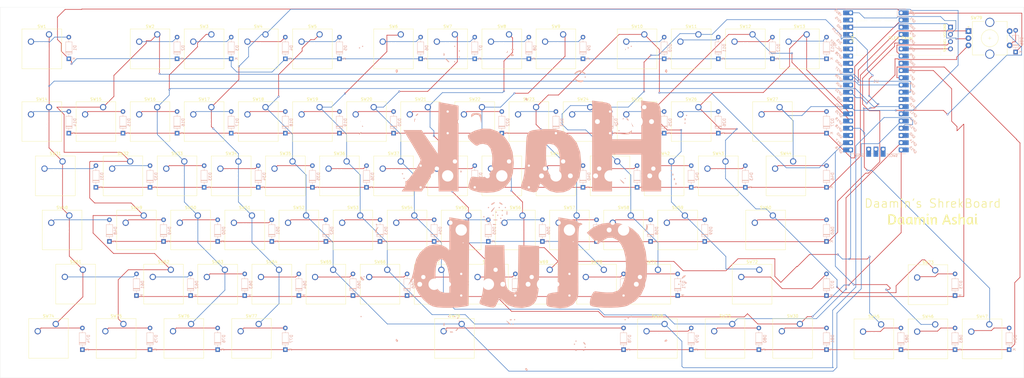
<source format=kicad_pcb>
(kicad_pcb (version 20240108) (generator "pcbnew") (generator_version "8.0")
  (title_block (title "Daamin's HackBoard"))
  (layers (0 "F.Cu" signal) (31 "B.Cu" signal) (34 "B.Paste" user) (35 "F.Paste" user) (36 "B.SilkS" user "B.Silkscreen") (37 "F.SilkS" user "F.Silkscreen") (38 "B.Mask" user) (39 "F.Mask" user) (44 "Edge.Cuts" user))
  (net 0 "")
  (net 1 "Net-(Brd1-SCL)")
  (net 2 "GND")
  (net 3 "+5V")
  (net 4 "Net-(Brd1-SDA)")
  (net 5 "Net-(D1-A)")
  (net 6 "row1")
  (net 7 "Net-(D2-A)")
  (net 8 "Net-(D3-A)")
  (net 9 "Net-(D4-A)")
  (net 10 "Net-(D5-A)")
  (net 11 "Net-(D6-A)")
  (net 12 "Net-(D7-A)")
  (net 13 "Net-(D8-A)")
  (net 14 "Net-(D9-A)")
  (net 15 "Net-(D10-A)")
  (net 16 "Net-(D11-A)")
  (net 17 "Net-(D12-A)")
  (net 18 "Net-(D13-A)")
  (net 19 "row2")
  (net 20 "Net-(D14-A)")
  (net 21 "Net-(D15-A)")
  (net 22 "Net-(D16-A)")
  (net 23 "Net-(D17-A)")
  (net 24 "Net-(D18-A)")
  (net 25 "Net-(D19-A)")
  (net 26 "Net-(D20-A)")
  (net 27 "Net-(D21-A)")
  (net 28 "Net-(D22-A)")
  (net 29 "Net-(D23-A)")
  (net 30 "Net-(D24-A)")
  (net 31 "Net-(D25-A)")
  (net 32 "Net-(D26-A)")
  (net 33 "Net-(D27-A)")
  (net 35 "row3")
  (net 36 "Net-(D31-A)")
  (net 37 "Net-(D32-A)")
  (net 38 "Net-(D33-A)")
  (net 39 "Net-(D34-A)")
  (net 40 "Net-(D35-A)")
  (net 41 "Net-(D36-A)")
  (net 42 "Net-(D37-A)")
  (net 43 "Net-(D38-A)")
  (net 44 "Net-(D39-A)")
  (net 45 "Net-(D40-A)")
  (net 46 "Net-(D41-A)")
  (net 47 "Net-(D42-A)")
  (net 48 "Net-(D43-A)")
  (net 50 "row4")
  (net 51 "Net-(D48-A)")
  (net 52 "Net-(D49-A)")
  (net 53 "Net-(D50-A)")
  (net 54 "Net-(D51-A)")
  (net 55 "Net-(D52-A)")
  (net 56 "Net-(D53-A)")
  (net 57 "Net-(D54-A)")
  (net 58 "Net-(D55-A)")
  (net 59 "Net-(D56-A)")
  (net 60 "Net-(D57-A)")
  (net 61 "Net-(D58-A)")
  (net 62 "Net-(D59-A)")
  (net 63 "Net-(D60-A)")
  (net 64 "Net-(D61-A)")
  (net 65 "row5")
  (net 66 "Net-(D62-A)")
  (net 67 "Net-(D63-A)")
  (net 68 "Net-(D64-A)")
  (net 69 "Net-(D65-A)")
  (net 70 "Net-(D66-A)")
  (net 71 "Net-(D67-A)")
  (net 72 "Net-(D68-A)")
  (net 73 "Net-(D69-A)")
  (net 74 "Net-(D70-A)")
  (net 75 "Net-(D71-A)")
  (net 76 "Net-(D72-A)")
  (net 77 "Net-(D73-A)")
  (net 78 "Net-(D74-A)")
  (net 79 "row6")
  (net 80 "Net-(D75-A)")
  (net 81 "Net-(D76-A)")
  (net 82 "Net-(D77-A)")
  (net 83 "Net-(D78-A)")
  (net 84 "Net-(D79-A)")
  (net 85 "Net-(D80-A)")
  (net 86 "Net-(D81-A)")
  (net 87 "Net-(D82-A)")
  (net 88 "Net-(D83-A)")
  (net 89 "Net-(D84-A)")
  (net 90 "Net-(D85-A)")
  (net 91 "col1")
  (net 92 "col2")
  (net 93 "col3")
  (net 94 "col4")
  (net 95 "col5")
  (net 96 "col6")
  (net 97 "col7")
  (net 98 "col8")
  (net 99 "col9")
  (net 100 "col10")
  (net 101 "col11")
  (net 102 "col12")
  (net 103 "col13")
  (net 104 "col14")
  (net 105 "enc2")
  (net 106 "enc1")
  (net 122 "Net-(D46-A)")
  (footprint "Button_Switch_Keyboard:SW_Cherry_MX_1.00u_PCB" (layer "F.Cu") (at 146.6075 168.515)
    (property "Reference" "SW65")
    (property "Value" "SW_Push")
  )
  (footprint "Button_Switch_Keyboard:SW_Cherry_MX_1.25u_PCB" (layer "F.Cu") (at 120.4075 187.5925)
    (property "Reference" "SW77")
    (property "Value" "SW_Push")
  )
  (footprint "Button_Switch_Keyboard:SW_Cherry_MX_1.00u_PCB" (layer "F.Cu") (at 241.8975 168.515)
    (property "Reference" "SW70")
    (property "Value" "SW_Push")
  )
  (footprint "Button_Switch_Keyboard:SW_Cherry_MX_1.00u_PCB" (layer "F.Cu") (at 132.32 130.365)
    (property "Reference" "SW35")
    (property "Value" "SW_Push")
  )
  (footprint "Button_Switch_Keyboard:SW_Cherry_MX_1.00u_PCB" (layer "F.Cu") (at 203.7975 168.515)
    (property "Reference" "SW68")
    (property "Value" "SW_Push")
  )
  (footprint "Button_Switch_Keyboard:SW_Cherry_MX_1.00u_PCB" (layer "F.Cu") (at 118.0325 149.415)
    (property "Reference" "SW51")
    (property "Value" "SW_Push")
  )
  (footprint "Button_Switch_Keyboard:SW_Cherry_MX_1.00u_PCB" (layer "F.Cu") (at 208.52 130.365)
    (property "Reference" "SW39")
    (property "Value" "SW_Push")
  )
  (footprint "Button_Switch_Keyboard:SW_Cherry_MX_1.50u_PCB" (layer "F.Cu") (at 51.3575 130.365)
    (property "Reference" "SW31")
    (property "Value" "SW_Push")
  )
  (footprint "Button_Switch_Keyboard:SW_Cherry_MX_1.00u_PCB" (layer "F.Cu") (at 256.145 111.265)
    (property "Reference" "SW25")
    (property "Value" "SW_Push")
  )
  (footprint "Button_Switch_Keyboard:SW_Cherry_MX_1.00u_PCB" (layer "F.Cu") (at 65.645 111.265)
    (property "Reference" "SW15")
    (property "Value" "SW_Push")
  )
  (footprint "Button_Switch_Keyboard:SW_Cherry_MX_1.00u_PCB" (layer "F.Cu") (at 113.27 130.365)
    (property "Reference" "SW34")
    (property "Value" "SW_Push")
  )
  (footprint "Button_Switch_Keyboard:SW_Cherry_MX_1.00u_PCB" (layer "F.Cu") (at 275.195 111.265)
    (property "Reference" "SW26")
    (property "Value" "SW_Push")
  )
  (footprint "LOGO" (layer "F.Cu") (at 357.602146 155.7)
    (property "Reference" "G***" (hide yes))
    (property "Value" "LOGO" (hide yes))
  )
  (footprint "Button_Switch_Keyboard:SW_Cherry_MX_1.25u_PCB" (layer "F.Cu") (at 48.97 187.5925)
    (property "Reference" "SW74")
    (property "Value" "SW_Push")
  )
  (footprint "Button_Switch_Keyboard:SW_Cherry_MX_1.25u_PCB" (layer "F.Cu") (at 72.7825 187.5925)
    (property "Reference" "SW75")
    (property "Value" "SW_Push")
  )
  (footprint "Button_Switch_Keyboard:SW_Cherry_MX_2.00u_PCB" (layer "F.Cu") (at 303.77 111.265)
    (property "Reference" "SW27")
    (property "Value" "SW_Push")
  )
  (footprint "Button_Switch_Keyboard:SW_Cherry_MX_1.00u_PCB" (layer "F.Cu") (at 170.42 85.66)
    (property "Reference" "SW6")
    (property "Value" "SW_Push")
  )
  (footprint "Button_Switch_Keyboard:SW_Cherry_MX_1.00u_PCB" (layer "F.Cu") (at 377.58875 187.73625)
    (property "Reference" "SW47")
    (property "Value" "SW_Push")
  )
  (footprint "Button_Switch_Keyboard:SW_Cherry_MX_1.00u_PCB" (layer "F.Cu") (at 194.2325 149.415)
    (property "Reference" "SW55")
    (property "Value" "SW_Push")
  )
  (footprint "Button_Switch_Keyboard:SW_Cherry_MX_1.00u_PCB" (layer "F.Cu") (at 179.945 111.265)
    (property "Reference" "SW21")
    (property "Value" "SW_Push")
  )
  (footprint "Button_Switch_Keyboard:SW_Cherry_MX_1.00u_PCB" (layer "F.Cu") (at 198.995 111.265)
    (property "Reference" "SW22")
    (property "Value" "SW_Push")
  )
  (footprint "Button_Switch_Keyboard:SW_Cherry_MX_1.00u_PCB" (layer "F.Cu") (at 84.695 85.66)
    (property "Reference" "SW2")
    (property "Value" "SW_Push")
  )
  (footprint "Button_Switch_Keyboard:SW_Cherry_MX_1.00u_PCB" (layer "F.Cu") (at 151.37 130.365)
    (property "Reference" "SW36")
    (property "Value" "SW_Push")
  )
  (footprint "Button_Switch_Keyboard:SW_Cherry_MX_1.00u_PCB" (layer "F.Cu") (at 313.295 85.66)
    (property "Reference" "SW13")
    (property "Value" "SW_Push")
  )
  (footprint "Button_Switch_Keyboard:SW_Cherry_MX_1.25u_PCB" (layer "F.Cu") (at 310.9075 187.5925)
    (property "Reference" "SW30")
    (property "Value" "SW_Push")
  )
  (footprint "Button_Switch_Keyboard:SW_Cherry_MX_1.00u_PCB" (layer "F.Cu") (at 189.47 130.365)
    (property "Reference" "SW38")
    (property "Value" "SW_Push")
  )
  (footprint "display_sigma:SSD1306-0.91-OLED-4pin-128x32" (layer "F.Cu") (at 327.42375 80.93)
    (property "Reference" "Brd1")
    (property "Value" "SSD1306")
  )
  (footprint "Button_Switch_Keyboard:SW_Cherry_MX_1.00u_PCB" (layer "F.Cu") (at 284.72 130.365)
    (property "Reference" "SW43")
    (property "Value" "SW_Push")
  )
  (footprint "Button_Switch_Keyboard:SW_Cherry_MX_1.00u_PCB" (layer "F.Cu") (at 232.3325 149.415)
    (property "Reference" "SW57")
    (property "Value" "SW_Push")
  )
  (footprint "Button_Switch_Keyboard:SW_Cherry_MX_1.00u_PCB" (layer "F.Cu") (at 260.9475 168.515)
    (property "Reference" "SW71")
    (property "Value" "SW_Push")
  )
  (footprint "Button_Switch_Keyboard:SW_Cherry_MX_1.00u_PCB" (layer "F.Cu") (at 127.5575 168.515)
    (property "Reference" "SW64")
    (property "Value" "SW_Push")
  )
  (footprint "Button_Switch_Keyboard:SW_Cherry_MX_2.75u_PCB" (layer "F.Cu") (at 296.62625 168.515)
    (property "Reference" "SW72")
    (property "Value" "SW_Push")
  )
  (footprint "Button_Switch_Keyboard:SW_Cherry_MX_1.00u_PCB" (layer "F.Cu") (at 141.845 111.265)
    (property "Reference" "SW19")
    (property "Value" "SW_Push")
  )
  (footprint "Button_Switch_Keyboard:SW_Cherry_MX_1.00u_PCB" (layer "F.Cu") (at 213.2825 149.415)
    (property "Reference" "SW56")
    (property "Value" "SW_Push")
  )
  (footprint "Button_Switch_Keyboard:SW_Cherry_MX_1.00u_PCB" (layer "F.Cu") (at 256.145 85.66)
    (property "Reference" "SW10")
    (property "Value" "SW_Push")
  )
  (footprint "Button_Switch_Keyboard:SW_Cherry_MX_1.00u_PCB" (layer "F.Cu") (at 141.845 85.66)
    (property "Reference" "SW5")
    (property "Value" "SW_Push")
  )
  (footprint "Button_Switch_Keyboard:SW_Cherry_MX_1.00u_PCB" (layer "F.Cu") (at 227.57 130.365)
    (property "Reference" "SW40")
    (property "Value" "SW_Push")
  )
  (footprint "Button_Switch_Keyboard:SW_Cherry_MX_1.00u_PCB" (layer "F.Cu") (at 75.17 130.365)
    (property "Reference" "SW32")
    (property "Value" "SW_Push")
  )
  (footprint "Button_Switch_Keyboard:SW_Cherry_MX_1.00u_PCB" (layer "F.Cu") (at 339.48875 187.73625)
    (property "Reference" "SW45")
    (property "Value" "SW_Push")
  )
  (footprint "Button_Switch_Keyboard:SW_Cherry_MX_1.00u_PCB" (layer "F.Cu") (at 222.8475 168.515)
    (property "Reference" "SW69")
    (property "Value" "SW_Push")
  )
  (footprint "Button_Switch_Keyboard:SW_Cherry_MX_1.00u_PCB" (layer "F.Cu") (at 103.745 85.66)
    (property "Reference" "SW3")
    (property "Value" "SW_Push")
  )
  (footprint "Button_Switch_Keyboard:SW_Cherry_MX_1.00u_PCB" (layer "F.Cu") (at 270.4325 149.415)
    (property "Reference" "SW59")
    (property "Value" "SW_Push")
  )
  (footprint "Button_Switch_Keyboard:SW_Cherry_MX_6.25u_PCB" (layer "F.Cu") (at 191.845 187.5925)
    (property "Reference" "SW78")
    (property "Value" "SW_Push")
  )
  (footprint "Button_Switch_Keyboard:SW_Cherry_MX_1.00u_PCB" (layer "F.Cu") (at 189.47 85.66)
    (property "Reference" "SW7")
    (property "Value" "SW_Push")
  )
  (footprint "Button_Switch_Keyboard:SW_Cherry_MX_1.00u_PCB" (layer "F.Cu") (at 170.42 130.365)
    (property "Reference" "SW37")
    (property "Value" "SW_Push")
  )
  (footprint "Button_Switch_Keyboard:SW_Cherry_MX_1.00u_PCB" (layer "F.Cu") (at 46.595 111.265)
    (property "Reference" "SW14")
    (property "Value" "SW_Push")
  )
  (footprint "Button_Switch_Keyboard:SW_Cherry_MX_1.00u_PCB" (layer "F.Cu") (at 218.045 111.265)
    (property "Reference" "SW23")
    (property "Value" "SW_Push")
  )
  (footprint "Button_Switch_Keyboard:SW_Cherry_MX_1.00u_PCB" (layer "F.Cu") (at 246.62 130.365)
    (property "Reference" "SW41")
    (property "Value" "SW_Push")
  )
  (footprint "Button_Switch_Keyboard:SW_Cherry_MX_1.00u_PCB" (layer "F.Cu") (at 294.245 85.66)
    (property "Reference" "SW12")
    (property "Value" "SW_Push")
  )
  (footprint "Button_Switch_Keyboard:SW_Cherry_MX_1.00u_PCB" (layer "F.Cu") (at 208.52 85.66)
    (property "Reference" "SW8")
    (property "Value" "SW_Push")
  )
  (footprint "Button_Switch_Keyboard:SW_Cherry_MX_1.00u_PCB" (layer "F.Cu") (at 108.5075 168.515)
    (property "Reference" "SW63")
    (property "Value" "SW_Push")
  )
  (footprint "Button_Switch_Keyboard:SW_Cherry_MX_1.00u_PCB" (layer "F.Cu") (at 358.53875 187.73625)
    (property "Reference" "SW46")
    (property "Value" "SW_Push")
  )
  (footprint "Button_Switch_Keyboard:SW_Cherry_MX_1.25u_PCB" (layer "F.Cu") (at 263.2825 187.5925)
    (property "Reference" "SW28")
    (property "Value" "SW_Push")
  )
  (footprint "Button_Switch_Keyboard:SW_Cherry_MX_1.75u_PCB" (layer "F.Cu") (at 53.73875 149.415)
    (property "Reference" "SW48")
    (property "Value" "SW_Push")
  )
  (footprint "Button_Switch_Keyboard:SW_Cherry_MX_1.00u_PCB" (layer "F.Cu") (at 89.4675 168.495)
    (property "Reference" "SW62")
    (property "Value" "SW_Push")
  )
  (footprint "Button_Switch_Keyboard:SW_Cherry_MX_1.00u_PCB" (layer "F.Cu") (at 103.745 111.265)
    (property "Reference" "SW17")
    (property "Value" "SW_Push")
  )
  (footprint "Button_Switch_Keyboard:SW_Cherry_MX_1.00u_PCB" (layer "F.Cu") (at 156.1325 149.415)
    (property "Reference" "SW53")
    (property "Value" "SW_Push")
  )
  (footprint "Button_Switch_Keyboard:SW_Cherry_MX_1.00u_PCB" (layer "F.Cu") (at 98.9825 149.415)
    (property "Reference" "SW50")
    (property "Value" "SW_Push")
  )
  (footprint "Button_Switch_Keyboard:SW_Cherry_MX_1.00u_PCB" (layer "F.Cu") (at 237.095 111.265)
    (property "Reference" "SW24")
    (property "Value" "SW_Push")
  )
  (footprint "Button_Switch_Keyboard:SW_Cherry_MX_2.25u_PCB" (layer "F.Cu") (at 301.38875 149.415)
    (property "Reference" "SW60")
    (property "Value" "SW_Push")
  )
  (footprint "Button_Switch_Keyboard:SW_Cherry_MX_1.00u_PCB" (layer "F.Cu") (at 122.795 111.265)
    (property "Reference" "SW18")
    (property "Value" "SW_Push")
  )
  (footprint "Button_Switch_Keyboard:SW_Cherry_MX_2.25u_PCB" (layer "F.Cu") (at 58.5175 168.4825)
    (property "Reference" "SW61")
    (property "Value" "SW_Push")
  )
  (footprint "Button_Switch_Keyboard:SW_Cherry_MX_1.50u_PCB" (layer "F.Cu") (at 308.5325 130.365)
    (property "Reference" "SW44")
    (property "Value" "SW_Push")
  )
  (footprint "Button_Switch_Keyboard:SW_Cherry_MX_1.00u_PCB" (layer "F.Cu") (at 227.57 85.66)
    (property "Reference" "SW9")
    (property "Value" "SW_Push")
  )
  (footprint "Button_Switch_Keyboard:SW_Cherry_MX_1.00u_PCB" (layer "F.Cu") (at 46.595 85.66)
    (property "Reference" "SW1")
    (property "Value" "SW_Push")
  )
  (footprint "hc_lib:RotaryEncoder_Alps_EC11E-Switch_Vertical_H20mm_CircularMountingHoles_3D" (layer "F.Cu") (at 370.25 84.5)
    (property "Reference" "SW79")
    (property "Value" "RotaryEncoder_Switch")
  )
  (footprint "Button_Switch_Keyboard:SW_Cherry_MX_1.00u_PCB" (layer "F.Cu") (at 137.0825 149.415)
    (property "Reference" "SW52")
    (property "Value" "SW_Push")
  )
  (footprint "Button_Switch_Keyboard:SW_Cherry_MX_1.00u_PCB" (layer "F.Cu") (at 84.695 111.265)
    (property "Reference" "SW16")
    (property "Value" "SW_Push")
  )
  (footprint "Button_Switch_Keyboard:SW_Cherry_MX_1.00u_PCB" (layer "F.Cu") (at 94.22 130.365)
    (property "Reference" "SW33")
    (property "Value" "SW_Push")
  )
  (footprint "Button_Switch_Keyboard:SW_Cherry_MX_1.00u_PCB" (layer "F.Cu") (at 184.7075 168.535)
    (property "Reference" "SW67")
    (property "Value" "SW_Push")
  )
  (footprint "Button_Switch_Keyboard:SW_Cherry_MX_1.00u_PCB" (layer "F.Cu") (at 358.53875 168.68625)
    (property "Reference" "SW73")
    (property "Value" "SW_Push")
  )
  (footprint "Button_Switch_Keyboard:SW_Cherry_MX_1.00u_PCB" (layer "F.Cu") (at 251.3825 149.415)
    (property "Reference" "SW58")
    (property "Value" "SW_Push")
  )
  (footprint "Button_Switch_Keyboard:SW_Cherry_MX_1.00u_PCB" (layer "F.Cu") (at 275.195 85.66)
    (property "Reference" "SW11")
    (property "Value" "SW_Push")
  )
  (footprint "Button_Switch_Keyboard:SW_Cherry_MX_1.00u_PCB" (layer "F.Cu") (at 79.9325 149.415)
    (property "Reference" "SW49")
    (property "Value" "SW_Push")
  )
  (footprint "Button_Switch_Keyboard:SW_Cherry_MX_1.00u_PCB" (layer "F.Cu") (at 122.795 85.66)
    (property "Reference" "SW4")
    (property "Value" "SW_Push")
  )
  (footprint "Button_Switch_Keyboard:SW_Cherry_MX_1.25u_PCB" (layer "F.Cu") (at 287.095 187.5925)
    (property "Reference" "SW29")
    (property "Value" "SW_Push")
  )
  (footprint "Button_Switch_Keyboard:SW_Cherry_MX_1.00u_PCB" (layer "F.Cu") (at 160.895 111.265)
    (property "Reference" "SW20")
    (property "Value" "SW_Push")
  )
  (footprint "Button_Switch_Keyboard:SW_Cherry_MX_1.00u_PCB" (layer "F.Cu") (at 175.1825 149.415)
    (property "Reference" "SW54")
    (property "Value" "SW_Push")
  )
  (footprint "Button_Switch_Keyboard:SW_Cherry_MX_1.25u_PCB" (layer "F.Cu") (at 96.595 187.5925)
    (property "Reference" "SW76")
    (property "Value" "SW_Push")
  )
  (footprint "Button_Switch_Keyboard:SW_Cherry_MX_1.00u_PCB" (layer "F.Cu") (at 165.6575 168.515)
    (property "Reference" "SW66")
    (property "Value" "SW_Push")
  )
  (footprint "Button_Switch_Keyboard:SW_Cherry_MX_1.00u_PCB" (layer "F.Cu") (at 265.67 130.365)
    (property "Reference" "SW42")
    (property "Value" "SW_Push")
  )
  (footprint "Diode_THT:D_DO-35_SOD27_P7.62mm_Horizontal" (layer "B.Cu") (at 105.9675 158.52625 90)
    (property "Reference" "D50")
    (property "Value" "1N4148")
  )
  (footprint "Diode_THT:D_DO-35_SOD27_P7.62mm_Horizontal" (layer "B.Cu") (at 96.4425 177.57625 90)
    (property "Reference" "D62")
    (property "Value" "1N4148")
  )
  (footprint "Diode_THT:D_DO-35_SOD27_P7.62mm_Horizontal" (layer "B.Cu") (at 148.83 94.2325 90)
    (property "Reference" "D5")
    (property "Value" "1N4148")
  )
  (footprint "Diode_THT:D_DO-35_SOD27_P7.62mm_Horizontal" (layer "B.Cu") (at 201.2175 158.52625 90)
    (property "Reference" "D55")
    (property "Value" "1N4148")
  )
  (footprint "Diode_THT:D_DO-35_SOD27_P7.62mm_Horizontal" (layer "B.Cu") (at 239.3175 158.52625 90)
    (property "Reference" "D57")
    (property "Value" "1N4148")
  )
  (footprint "Diode_THT:D_DO-35_SOD27_P7.62mm_Horizontal" (layer "B.Cu") (at 277.4175 158.52625 90)
    (property "Reference" "D59")
    (property "Value" "1N4148")
  )
  (footprint "Diode_THT:D_DO-35_SOD27_P7.62mm_Horizontal" (layer "B.Cu") (at 365.52375 177.57625 90)
    (property "Reference" "D73")
    (property "Value" "1N4148")
  )
  (footprint "Diode_THT:D_DO-35_SOD27_P7.62mm_Horizontal" (layer "B.Cu") (at 196.455 139.47625 90)
    (property "Reference" "D38")
    (property "Value" "1N4148")
  )
  (footprint "Diode_THT:D_DO-35_SOD27_P7.62mm_Horizontal" (layer "B.Cu") (at 91.68 94.2325 90)
    (property "Reference" "D2")
    (property "Value" "1N4148")
  )
  (footprint "Diode_THT:D_DO-35_SOD27_P7.62mm_Horizontal" (layer "B.Cu") (at 384.57375 196.62625 90)
    (property "Reference" "D84")
    (property "Value" "1N4148")
  )
  (footprint "Diode_THT:D_DO-35_SOD27_P7.62mm_Horizontal" (layer "B.Cu") (at 120.255 139.47625 90)
    (property "Reference" "D34")
    (property "Value" "1N4148")
  )
  (footprint "Diode_THT:D_DO-35_SOD27_P7.62mm_Horizontal" (layer "B.Cu") (at 215.505 94.2325 90)
    (property "Reference" "D8")
    (property "Value" "1N4148")
  )
  (footprint "Diode_THT:D_DO-35_SOD27_P7.62mm_Horizontal" (layer "B.Cu") (at 320.28 94.2325 90)
    (property "Reference" "D13")
    (property "Value" "1N4148")
  )
  (footprint "Diode_THT:D_DO-35_SOD27_P7.62mm_Horizontal" (layer "B.Cu") (at 234.555 94.2325 90)
    (property "Reference" "D9")
    (property "Value" "1N4148")
  )
  (footprint "Diode_THT:D_DO-35_SOD27_P7.62mm_Horizontal" (layer "B.Cu") (at 148.83 120.42625 90)
    (property "Reference" "D19")
    (property "Value" "1N4148")
  )
  (footprint "Diode_THT:D_DO-35_SOD27_P7.62mm_Horizontal" (layer "B.Cu") (at 153.5925 177.57625 90)
    (property "Reference" "D65")
    (property "Value" "1N4148")
  )
  (footprint "Diode_THT:D_DO-35_SOD27_P7.62mm_Horizontal" (layer "B.Cu") (at 163.1175 158.52625 90)
    (property "Reference" "D53")
    (property "Value" "1N4148")
  )
  (footprint "Diode_THT:D_DO-35_SOD27_P7.62mm_Horizontal" (layer "B.Cu") (at 191.6925 177.57625 90)
    (property "Reference" "D67")
    (property "Value" "1N4148")
  )
  (footprint "Diode_THT:D_DO-35_SOD27_P7.62mm_Horizontal" (layer "B.Cu") (at 210.7425 177.57625 90)
    (property "Reference" "D68")
    (property "Value" "1N4148")
  )
  (footprint "Diode_THT:D_DO-35_SOD27_P7.62mm_Horizontal" (layer "B.Cu") (at 301.23 94.2325 90)
    (property "Reference" "D12")
    (property "Value" "1N4148")
  )
  (footprint "Diode_THT:D_DO-35_SOD27_P7.62mm_Horizontal" (layer "B.Cu") (at 258.3675 158.52625 90)
    (property "Reference" "D58")
    (property "Value" "1N4148")
  )
  (footprint "Diode_THT:D_DO-35_SOD27_P7.62mm_Horizontal" (layer "B.Cu") (at 144.0675 158.52625 90)
    (property "Reference" "D52")
    (property "Value" "1N4148")
  )
  (footprint "Diode_THT:D_DO-35_SOD27_P7.62mm_Horizontal" (layer "B.Cu") (at 229.7925 177.57625 90)
    (property "Reference" "D69")
    (property "Value" "1N4148")
  )
  (footprint "Diode_THT:D_DO-35_SOD27_P7.62mm_Horizontal" (layer "B.Cu") (at 186.93 120.42625 90)
    (property "Reference" "D21")
    (property "Value" "1N4148")
  )
  (footprint "Diode_THT:D_DO-35_SOD27_P7.62mm_Horizontal" (layer "B.Cu") (at 72.63 120.42625 90)
    (property "Reference" "D15")
    (property "Value" "1N4148")
  )
  (footprint "Diode_THT:D_DO-35_SOD27_P7.62mm_Horizontal" (layer "B.Cu") (at 253.605 139.47625 90)
    (property "Reference" "D41")
    (property "Value" "1N4148")
  )
  (footprint "Diode_THT:D_DO-35_SOD27_P7.62mm_Horizontal" (layer "B.Cu") (at 129.78 196.62625 90)
    (property "Reference" "D77")
    (property "Value" "1N4148")
  )
  (footprint "Diode_THT:D_DO-35_SOD27_P7.62mm_Horizontal" (layer "B.Cu") (at 220.2675 158.52625 90)
    (property "Reference" "D56")
    (property "Value" "1N4148")
  )
  (footprint "Diode_THT:D_DO-35_SOD27_P7.62mm_Horizontal" (layer "B.Cu") (at 263.13 120.42625 90)
    (property "Reference" "D25")
    (property "Value" "1N4148")
  )
  (footprint "Diode_THT:D_DO-35_SOD27_P7.62mm_Horizontal" (layer "B.Cu") (at 172.6425 177.57625 90)
    (property "Reference" "D66")
    (property "Value" "1N4148")
  )
  (footprint "Diode_THT:D_DO-35_SOD27_P7.62mm_Horizontal" (layer "B.Cu") (at 272.655 196.62625 90)
    (property "Reference" "D79")
    (property "Value" "1N4148")
  )
  (footprint "LOGO" (layer "B.Cu") (at 216.69375 145.25625 180)
    (property "Reference" "G***" (hide yes))
    (property "Value" "LOGO" (hide yes))
  )
  (footprint "Diode_THT:D_DO-35_SOD27_P7.62mm_Horizontal" (layer "B.Cu") (at 215.505 139.47625 90)
    (property "Reference" "D39")
    (property "Value" "1N4148")
  )
  (footprint "Diode_THT:D_DO-35_SOD27_P7.62mm_Horizontal" (layer "B.Cu") (at 225.03 120.42625 90)
    (property "Reference" "D23")
    (property "Value" "1N4148")
  )
  (footprint "Diode_THT:D_DO-35_SOD27_P7.62mm_Horizontal" (layer "B.Cu") (at 182.1675 158.52625 90)
    (property "Reference" "D54")
    (property "Value" "1N4148")
  )
  (footprint "Diode_THT:D_DO-35_SOD27_P7.62mm_Horizontal" (layer "B.Cu") (at 248.8425 196.62625 90)
    (property "Reference" "D78")
    (property "Value" "1N4148")
  )
  (footprint "Diode_THT:D_DO-35_SOD27_P7.62mm_Horizontal" (layer "B.Cu") (at 177.405 94.2325 90)
    (property "Reference" "D6")
    (property "Value" "1N4148")
  )
  (footprint "Diode_THT:D_DO-35_SOD27_P7.62mm_Horizontal" (layer "B.Cu") (at 346.47375 196.62625 90)
    (property "Reference" "D82")
    (property "Value" "1N4148")
  )
  (footprint "Diode_THT:D_DO-35_SOD27_P7.62mm_Horizontal" (layer "B.Cu") (at 320.28 196.62625 90)
    (property "Reference" "D81")
    (property "Value" "1N4148")
  )
  (footprint "Diode_THT:D_DO-35_SOD27_P7.62mm_Horizontal" (layer "B.Cu") (at 53.58 94.2325 90)
    (property "Reference" "D1")
    (property "Value" "1N4148")
  )
  (footprint "Diode_THT:D_DO-35_SOD27_P7.62mm_Horizontal" (layer "B.Cu") (at 91.68 120.42625 90)
    (property "Reference" "D16")
    (property "Value" "1N4148")
  )
  (footprint "Diode_THT:D_DO-35_SOD27_P7.62mm_Horizontal" (layer "B.Cu") (at 296.4675 196.62625 90)
    (property "Reference" "D80")
    (property "Value" "1N4148")
  )
  (footprint "Diode_THT:D_DO-35_SOD27_P7.62mm_Horizontal" (layer "B.Cu") (at 267.8925 177.57625 90)
    (property "Reference" "D71")
    (property "Value" "1N4148")
  )
  (footprint "Diode_THT:D_DO-35_SOD27_P7.62mm_Horizontal" (layer "B.Cu") (at 139.305 139.47625 90)
    (property "Reference" "D35")
    (property "Value" "1N4148")
  )
  (footprint "Diode_THT:D_DO-35_SOD27_P7.62mm_Horizontal" (layer "B.Cu") (at 125.0175 158.52625 90)
    (property "Reference" "D51")
    (property "Value" "1N4148")
  )
  (footprint "Diode_THT:D_DO-35_SOD27_P7.62mm_Horizontal" (layer "B.Cu") (at 63.105 139.47625 90)
    (property "Reference" "D31")
    (property "Value" "1N4148")
  )
  (footprint "Diode_THT:D_DO-35_SOD27_P7.62mm_Horizontal" (layer "B.Cu") (at 234.555 139.47625 90)
    (property "Reference" "D40")
    (property "Value" "1N4148")
  )
  (footprint "Diode_THT:D_DO-35_SOD27_P7.62mm_Horizontal" (layer "B.Cu") (at 67.8675 158.52625 90)
    (property "Reference" "D48")
    (property "Value" "1N4148")
  )
  (footprint "another_lib:RPi_Pico_SMD_TH" (layer "B.Cu") (at 337.6675 102.175 180)
    (property "Reference" "U1")
    (property "Value" "Pico")
  )
  (footprint "Diode_THT:D_DO-35_SOD27_P7.62mm_Horizontal" (layer "B.Cu") (at 282.18 120.42625 90)
    (property "Reference" "D26")
    (property "Value" "1N4148")
  )
  (footprint "Diode_THT:D_DO-35_SOD27_P7.62mm_Horizontal" (layer "B.Cu") (at 263.13 94.2325 90)
    (property "Reference" "D10")
    (property "Value" "1N4148")
  )
  (footprint "Diode_THT:D_DO-35_SOD27_P7.62mm_Horizontal" (layer "B.Cu") (at 134.5425 177.57625 90)
    (property "Reference" "D64")
    (property "Value" "1N4148")
  )
  (footprint "Diode_THT:D_DO-35_SOD27_P7.62mm_Horizontal" (layer "B.Cu") (at 110.73 120.42625 90)
    (property "Reference" "D17")
    (property "Value" "1N4148")
  )
  (footprint "Diode_THT:D_DO-35_SOD27_P7.62mm_Horizontal" (layer "B.Cu") (at 53.58 120.42625 90)
    (property "Reference" "D14")
    (property "Value" "1N4148")
  )
  (footprint "Diode_THT:D_DO-35_SOD27_P7.62mm_Horizontal" (layer "B.Cu") (at 196.455 94.2325 90)
    (property "Reference" "D7")
    (property "Value" "1N4148")
  )
  (footprint "Diode_THT:D_DO-35_SOD27_P7.62mm_Horizontal" (layer "B.Cu") (at 282.18 94.2325 90)
    (property "Reference" "D11")
    (property "Value" "1N4148")
  )
  (footprint "Diode_THT:D_DO-35_SOD27_P7.62mm_Horizontal" (layer "B.Cu") (at 291.705 139.47625 90)
    (property "Reference" "D43")
    (property "Value" "1N4148")
  )
  (footprint "Diode_THT:D_DO-35_SOD27_P7.62mm_Horizontal" (layer "B.Cu") (at 77.3925 177.57625 90)
    (property "Reference" "D61")
    (property "Value" "1N4148")
  )
  (footprint "Diode_THT:D_DO-35_SOD27_P7.62mm_Horizontal" (layer "B.Cu") (at 167.88 120.42625 90)
    (property "Reference" "D20")
    (property "Value" "1N4148")
  )
  (footprint "Diode_THT:D_DO-35_SOD27_P7.62mm_Horizontal" (layer "B.Cu") (at 115.4925 177.57625 90)
    (property "Reference" "D63")
    (property "Value" "1N4148")
  )
  (footprint "Diode_THT:D_DO-35_SOD27_P7.62mm_Horizontal" (layer "B.Cu") (at 110.73 94.2325 90)
    (property "Reference" "D3")
    (property "Value" "1N4148")
  )
  (footprint "Diode_THT:D_DO-35_SOD27_P7.62mm_Horizontal" (layer "B.Cu") (at 129.78 120.42625 90)
    (property "Reference" "D18")
    (property "Value" "1N4148")
  )
  (footprint "Diode_THT:D_DO-35_SOD27_P7.62mm_Horizontal" (layer "B.Cu") (at 177.405 139.47625 90)
    (property "Reference" "D37")
    (property "Value" "1N4148")
  )
  (footprint "Diode_THT:D_DO-35_SOD27_P7.62mm_Horizontal" (layer "B.Cu") (at 58.3425 196.62625 90)
    (property "Reference" "D74")
    (property "Value" "1N4148")
  )
  (footprint "Diode_THT:D_DO-35_SOD27_P7.62mm_Horizontal" (layer "B.Cu") (at 365.52375 196.62625 90)
    (property "Reference" "D83")
    (property "Value" "1N4148")
  )
  (footprint "Diode_THT:D_DO-35_SOD27_P7.62mm_Horizontal" (layer "B.Cu") (at 244.08 120.42625 90)
    (property "Reference" "D24")
    (property "Value" "1N4148")
  )
  (footprint "Diode_THT:D_DO-35_SOD27_P7.62mm_Horizontal" (layer "B.Cu") (at 82.155 139.47625 90)
    (property "Reference" "D32")
    (property "Value" "1N4148")
  )
  (footprint "Diode_THT:D_DO-35_SOD27_P7.62mm_Horizontal" (layer "B.Cu") (at 320.28 139.47625 90)
    (property "Reference" "D46")
    (property "Value" "1N4148")
  )
  (footprint "Diode_THT:D_DO-35_SOD27_P7.62mm_Horizontal" (layer "B.Cu") (at 86.9175 158.52625 90)
    (property "Reference" "D49")
    (property "Value" "1N4148")
  )
  (footprint "Diode_THT:D_DO-35_SOD27_P7.62mm_Horizontal" (layer "B.Cu") (at 320.28 120.42625 90)
    (property "Reference" "D27")
    (property "Value" "1N4148")
  )
  (footprint "Diode_THT:D_DO-35_SOD27_P7.62mm_Horizontal" (layer "B.Cu") (at 105.9675 196.62625 90)
    (property "Reference" "D76")
    (property "Value" "1N4148")
  )
  (footprint "Diode_THT:D_DO-35_SOD27_P7.62mm_Horizontal" (layer "B.Cu") (at 158.355 139.47625 90)
    (property "Reference" "D36")
    (property "Value" "1N4148")
  )
  (footprint "Diode_THT:D_DO-35_SOD27_P7.62mm_Horizontal" (layer "B.Cu") (at 320.28 177.57625 90)
    (property "Reference" "D72")
    (property "Value" "1N4148")
  )
  (footprint "Diode_THT:D_DO-35_SOD27_P7.62mm_Horizontal" (layer "B.Cu") (at 205.98 120.42625 90)
    (property "Reference" "D22")
    (property "Value" "1N4148")
  )
  (footprint "Diode_THT:D_DO-35_SOD27_P7.62mm_Horizontal" (layer "B.Cu") (at 248.8425 177.57625 90)
    (property "Reference" "D70")
    (property "Value" "1N4148")
  )
  (footprint "Diode_THT:D_DO-35_SOD27_P7.62mm_Horizontal" (layer "B.Cu") (at 129.78 94.2325 90)
    (property "Reference" "D4")
    (property "Value" "1N4148")
  )
  (footprint "Diode_THT:D_DO-35_SOD27_P7.62mm_Horizontal" (layer "B.Cu") (at 272.655 139.47625 90)
    (property "Reference" "D42")
    (property "Value" "1N4148")
  )
  (footprint "Diode_THT:D_DO-35_SOD27_P7.62mm_Horizontal" (layer "B.Cu") (at 82.155 196.62625 90)
    (property "Reference" "D75")
    (property "Value" "1N4148")
  )
  (footprint "Diode_THT:D_DO-35_SOD27_P7.62mm_Horizontal" (layer "B.Cu") (at 101.205 139.47625 90)
    (property "Reference" "D33")
    (property "Value" "1N4148")
  )
  (footprint "Diode_THT:D_DO-35_SOD27_P7.62mm_Horizontal" (layer "B.Cu") (at 386.84875 91.85125 90)
    (property "Reference" "D85")
    (property "Value" "1N4148")
  )
  (footprint "Diode_THT:D_DO-35_SOD27_P7.62mm_Horizontal" (layer "B.Cu") (at 320.28 158.52625 90)
    (property "Reference" "D60")
    (property "Value" "1N4148")
  )
  (gr_rect (start 29.3675 76.135) (end 389.7675 206.535) (stroke (width 0.05)) (fill none) (layer "Edge.Cuts"))
  (gr_text "Daamin's ShrekBoard" (at 333.4 146.9 0) (layer "F.SilkS") (effects (font (size 3 3) (thickness 0.3)) (justify left bottom)))
  (segment (start 345.0575 89.385) (end 362.73875 89.385) (width 0.2) (layer "F.Cu") (net 1))
  (segment (start 362.73875 89.385) (end 363.92375 88.2) (width 0.2) (layer "F.Cu") (net 1))
  (segment (start 345.0575 91.785) (end 345.0575 89.385) (width 0.2) (layer "F.Cu") (net 1))
  (segment (start 346.5575 93.285) (end 345.0575 91.785) (width 0.2) (layer "F.Cu") (net 1))
  (segment (start 365.9775 87.195) (end 370.055 87.195) (width 0.2) (layer "F.Cu") (net 2))
  (segment (start 370.055 87.195) (end 370.25 87) (width 0.2) (layer "F.Cu") (net 2))
  (segment (start 369.438 87) (end 370.25 87) (width 0.2) (layer "F.Cu") (net 2))
  (via (at 365.9775 87.195) (size 0.6) (drill 0.3) (layers "F.Cu" "B.Cu") (net 2))
  (segment (start 345.4775 81.865) (end 362.66875 81.865) (width 0.2) (layer "B.Cu") (net 2))
  (segment (start 363.92375 83.12) (end 362.5475 84.49625) (width 0.2) (layer "B.Cu") (net 2))
  (segment (start 362.66875 81.865) (end 363.92375 83.12) (width 0.2) (layer "B.Cu") (net 2))
  (segment (start 362.5475 86.925) (end 365.7075 86.925) (width 0.2) (layer "B.Cu") (net 2))
  (segment (start 365.7075 86.925) (end 365.9775 87.195) (width 0.2) (layer "B.Cu") (net 2))
  (segment (start 362.5475 84.49625) (end 362.5475 86.925) (width 0.2) (layer "B.Cu") (net 2))
  (segment (start 344.2175 83.125) (end 345.4775 81.865) (width 0.2) (layer "B.Cu") (net 2))
  (segment (start 328.7775 83.125) (end 344.2175 83.125) (width 0.2) (layer "B.Cu") (net 2))
  (segment (start 365.8275 80.795) (end 365.8275 83.75625) (width 0.2) (layer "B.Cu") (net 3))
  (segment (start 331.7575 78.045) (end 333.5775 79.865) (width 0.2) (layer "B.Cu") (net 3))
  (segment (start 333.5775 79.865) (end 344.9875 79.865) (width 0.2) (layer "B.Cu") (net 3))
  (segment (start 361.8775 80.795) (end 365.8275 80.795) (width 0.2) (layer "B.Cu") (net 3))
  (segment (start 344.9875 79.865) (end 345.4975 79.355) (width 0.2) (layer "B.Cu") (net 3))
  (segment (start 345.4975 79.355) (end 360.4375 79.355) (width 0.2) (layer "B.Cu") (net 3))
  (segment (start 360.4375 79.355) (end 361.8775 80.795) (width 0.2) (layer "B.Cu") (net 3))
  (segment (start 328.7775 78.045) (end 331.7575 78.045) (width 0.2) (layer "B.Cu") (net 3))
  (segment (start 365.8275 83.75625) (end 363.92375 85.66) (width 0.2) (layer "B.Cu") (net 3))
  (segment (start 346.5625 90.74) (end 363.92375 90.74) (width 0.2) (layer "F.Cu") (net 4))
  (segment (start 346.5575 90.745) (end 346.5625 90.74) (width 0.2) (layer "F.Cu") (net 4))
  (segment (start 46.4525 88.2) (end 40.245 88.2) (width 0.2) (layer "B.Cu") (net 5))
  (segment (start 46.7175 88.465) (end 46.4525 88.2) (width 0.2) (layer "B.Cu") (net 5))
  (segment (start 53.58 86.6125) (end 48.57 86.6125) (width 0.2) (layer "B.Cu") (net 5))
  (segment (start 48.57 86.6125) (end 46.7175 88.465) (width 0.2) (layer "B.Cu") (net 5))
  (segment (start 58.036 76.865) (end 58.166 76.735) (width 0.2) (layer "F.Cu") (net 6))
  (segment (start 50.9275 91.58) (end 50.9275 88.815) (width 0.2) (layer "F.Cu") (net 6))
  (segment (start 389.0275 89.6725) (end 386.84875 91.85125) (width 0.2) (layer "F.Cu") (net 6))
  (segment (start 53.58 94.2325) (end 50.9275 91.58) (width 0.2) (layer "F.Cu") (net 6))
  (segment (start 49.5675 87.455) (end 49.5675 79.565) (width 0.2) (layer "F.Cu") (net 6))
  (segment (start 345.2475 76.735) (end 346.5575 78.045) (width 0.2) (layer "F.Cu") (net 6))
  (segment (start 49.5675 79.565) (end 52.2675 76.865) (width 0.2) (layer "F.Cu") (net 6))
  (segment (start 54.5084 95.1609) (end 53.58 94.2325) (width 0.2) (layer "F.Cu") (net 6))
  (segment (start 346.6875 78.175) (end 389.0275 78.175) (width 0.2) (layer "F.Cu") (net 6))
  (segment (start 58.166 76.735) (end 345.2475 76.735) (width 0.2) (layer "F.Cu") (net 6))
  (segment (start 50.9275 88.815) (end 49.5675 87.455) (width 0.2) (layer "F.Cu") (net 6))
  (segment (start 346.5575 78.045) (end 346.6875 78.175) (width 0.2) (layer "F.Cu") (net 6))
  (segment (start 389.0275 78.175) (end 389.0275 89.6725) (width 0.2) (layer "F.Cu") (net 6))
  (segment (start 54.5084 96.0628) (end 54.5084 95.1609) (width 0.2) (layer "F.Cu") (net 6))
  (segment (start 52.2675 76.865) (end 58.036 76.865) (width 0.2) (layer "F.Cu") (net 6))
  (via (at 54.5084 96.0628) (size 0.6) (drill 0.3) (layers "F.Cu" "B.Cu") (net 6))
  (segment (start 56.3662 94.205) (end 54.5084 96.0628) (width 0.2) (layer "B.Cu") (net 6))
  (segment (start 148.83 94.2325) (end 320.28 94.2325) (width 0.2) (layer "B.Cu") (net 6))
  (segment (start 110.73 96.9375) (end 112.7175 98.925) (width 0.2) (layer "B.Cu") (net 6))
  (segment (start 110.73 94.2325) (end 110.73 96.9375) (width 0.2) (layer "B.Cu") (net 6))
  (segment (start 125.0875 98.925) (end 129.78 94.2325) (width 0.2) (layer "B.Cu") (net 6))
  (segment (start 129.78 94.2325) (end 148.83 94.2325) (width 0.2) (layer "B.Cu") (net 6))
  (segment (start 110.7025 94.205) (end 110.73 94.2325) (width 0.2) (layer "B.Cu") (net 6))
  (segment (start 112.7175 98.925) (end 125.0875 98.925) (width 0.2) (layer "B.Cu") (net 6))
  (segment (start 56.3662 94.205) (end 110.7025 94.205) (width 0.2) (layer "B.Cu") (net 6))
  (segment (start 78.345 88.2) (end 90.0925 88.2) (width 0.2) (layer "B.Cu") (net 7))
  (segment (start 90.0925 88.2) (end 91.68 86.6125) (width 0.2) (layer "B.Cu") (net 7))
  (segment (start 97.395 88.2) (end 109.1425 88.2) (width 0.2) (layer "B.Cu") (net 8))
  (segment (start 109.1425 88.2) (end 110.73 86.6125) (width 0.2) (layer "B.Cu") (net 8))
  (segment (start 128.1925 88.2) (end 129.78 86.6125) (width 0.2) (layer "F.Cu") (net 9))
  (segment (start 116.445 88.2) (end 128.1925 88.2) (width 0.2) (layer "F.Cu") (net 9))
  (segment (start 135.495 88.2) (end 147.2425 88.2) (width 0.2) (layer "B.Cu") (net 10))
  (segment (start 147.2425 88.2) (end 148.83 86.6125) (width 0.2) (layer "B.Cu") (net 10))
  (segment (start 175.8175 88.2) (end 177.405 86.6125) (width 0.2) (layer "B.Cu") (net 11))
  (segment (start 164.07 88.2) (end 175.8175 88.2) (width 0.2) (layer "B.Cu") (net 11))
  (segment (start 183.12 88.2) (end 194.8675 88.2) (width 0.2) (layer "B.Cu") (net 12))
  (segment (start 194.8675 88.2) (end 196.455 86.6125) (width 0.2) (layer "B.Cu") (net 12))
  (segment (start 202.17 88.2) (end 213.9175 88.2) (width 0.2) (layer "B.Cu") (net 13))
  (segment (start 213.9175 88.2) (end 215.505 86.6125) (width 0.2) (layer "B.Cu") (net 13))
  (segment (start 221.22 88.2) (end 232.9675 88.2) (width 0.2) (layer "B.Cu") (net 14))
  (segment (start 232.9675 88.2) (end 234.555 86.6125) (width 0.2) (layer "B.Cu") (net 14))
  (segment (start 261.5425 88.2) (end 263.13 86.6125) (width 0.2) (layer "B.Cu") (net 15))
  (segment (start 249.795 88.2) (end 261.5425 88.2) (width 0.2) (layer "B.Cu") (net 15))
  (segment (start 268.845 88.2) (end 269.45 87.595) (width 0.2) (layer "B.Cu") (net 16))
  (segment (start 281.3975 87.595) (end 281.3975 87.395) (width 0.2) (layer "B.Cu") (net 16))
  (segment (start 281.3975 87.395) (end 282.18 86.6125) (width 0.2) (layer "B.Cu") (net 16))
  (segment (start 269.45 87.595) (end 281.3975 87.595) (width 0.2) (layer "B.Cu") (net 16))
  (segment (start 299.6425 88.2) (end 301.23 86.6125) (width 0.2) (layer "F.Cu") (net 17))
  (segment (start 287.895 88.2) (end 299.6425 88.2) (width 0.2) (layer "F.Cu") (net 17))
  (segment (start 307.12 88.025) (end 319.2475 88.025) (width 0.2) (layer "B.Cu") (net 18))
  (segment (start 319.2475 87.645) (end 320.28 86.6125) (width 0.2) (layer "B.Cu") (net 18))
  (segment (start 306.945 88.2) (end 307.12 88.025) (width 0.2) (layer "B.Cu") (net 18))
  (segment (start 319.2475 88.025) (end 319.2475 87.645) (width 0.2) (layer "B.Cu") (net 18))
  (segment (start 328.97875 129.125) (end 320.28 120.42625) (width 0.2) (layer "F.Cu") (net 19))
  (segment (start 320.28 120.42625) (end 53.58 120.42625) (width 0.2) (layer "F.Cu") (net 19))
  (segment (start 330.2075 129.125) (end 328.97875 129.125) (width 0.2) (layer "F.Cu") (net 19))
  (segment (start 346.5575 80.585) (end 330.2075 96.935) (width 0.2) (layer "F.Cu") (net 19))
  (segment (start 330.2075 96.935) (end 330.2075 129.125) (width 0.2) (layer "F.Cu") (net 19))
  (segment (start 53.58 112.80625) (end 41.24375 112.80625) (width 0.2) (layer "B.Cu") (net 20))
  (segment (start 41.24375 112.80625) (end 40.245 113.805) (width 0.2) (layer "B.Cu") (net 20))
  (segment (start 72.63 112.80625) (end 60.29375 112.80625) (width 0.2) (layer "F.Cu") (net 21))
  (segment (start 60.29375 112.80625) (end 59.295 113.805) (width 0.2) (layer "F.Cu") (net 21))
  (segment (start 79.34375 112.80625) (end 78.345 113.805) (width 0.2) (layer "F.Cu") (net 22))
  (segment (start 91.68 112.80625) (end 79.34375 112.80625) (width 0.2) (layer "F.Cu") (net 22))
  (segment (start 110.73 112.80625) (end 98.39375 112.80625) (width 0.2) (layer "B.Cu") (net 23))
  (segment (start 98.39375 112.80625) (end 97.395 113.805) (width 0.2) (layer "B.Cu") (net 23))
  (segment (start 117.44375 112.80625) (end 116.445 113.805) (width 0.2) (layer "F.Cu") (net 24))
  (segment (start 129.78 112.80625) (end 117.44375 112.80625) (width 0.2) (layer "F.Cu") (net 24))
  (segment (start 148.83 112.80625) (end 136.49375 112.80625) (width 0.2) (layer "F.Cu") (net 25))
  (segment (start 136.49375 112.80625) (end 135.495 113.805) (width 0.2) (layer "F.Cu") (net 25))
  (segment (start 167.88 112.80625) (end 155.54375 112.80625) (width 0.2) (layer "F.Cu") (net 26))
  (segment (start 155.54375 112.80625) (end 154.545 113.805) (width 0.2) (layer "F.Cu") (net 26))
  (segment (start 174.59375 112.80625) (end 173.595 113.805) (width 0.2) (layer "F.Cu") (net 27))
  (segment (start 186.93 112.80625) (end 174.59375 112.80625) (width 0.2) (layer "F.Cu") (net 27))
  (segment (start 193.64375 112.80625) (end 192.645 113.805) (width 0.2) (layer "F.Cu") (net 28))
  (segment (start 205.98 112.80625) (end 193.64375 112.80625) (width 0.2) (layer "F.Cu") (net 28))
  (segment (start 212.69375 112.80625) (end 211.695 113.805) (width 0.2) (layer "B.Cu") (net 29))
  (segment (start 225.03 112.80625) (end 212.69375 112.80625) (width 0.2) (layer "B.Cu") (net 29))
  (segment (start 244.08 112.80625) (end 231.74375 112.80625) (width 0.2) (layer "B.Cu") (net 30))
  (segment (start 231.74375 112.80625) (end 230.745 113.805) (width 0.2) (layer "B.Cu") (net 30))
  (segment (start 263.13 112.80625) (end 250.79375 112.80625) (width 0.2) (layer "B.Cu") (net 31))
  (segment (start 250.79375 112.80625) (end 249.795 113.805) (width 0.2) (layer "B.Cu") (net 31))
  (segment (start 282.18 112.80625) (end 269.84375 112.80625) (width 0.2) (layer "B.Cu") (net 32))
  (segment (start 269.84375 112.80625) (end 268.845 113.805) (width 0.2) (layer "B.Cu") (net 32))
  (segment (start 320.28 112.80625) (end 298.41875 112.80625) (width 0.2) (layer "F.Cu") (net 33))
  (segment (start 298.41875 112.80625) (end 297.42 113.805) (width 0.2) (layer "F.Cu") (net 33))
  (segment (start 346.5575 85.665) (end 332.18625 100.03625) (width 0.2) (layer "F.Cu") (net 35))
  (segment (start 332.18625 100.03625) (end 332.18625 128.5225) (width 0.2) (layer "F.Cu") (net 35))
  (segment (start 320.28 139.47625) (end 63.105 139.47625) (width 0.2) (layer "F.Cu") (net 35))
  (segment (start 321.2325 139.47625) (end 320.28 139.47625) (width 0.2) (layer "F.Cu") (net 35))
  (segment (start 332.18625 128.5225) (end 321.2325 139.47625) (width 0.2) (layer "F.Cu") (net 35))
  (segment (start 45.0075 132.905) (end 62.05625 132.905) (width 0.2) (layer "B.Cu") (net 36))
  (segment (start 62.05625 132.905) (end 63.105 131.85625) (width 0.2) (layer "B.Cu") (net 36))
  (segment (start 68.82 132.905) (end 69.86875 131.85625) (width 0.2) (layer "B.Cu") (net 37))
  (segment (start 69.86875 131.85625) (end 82.155 131.85625) (width 0.2) (layer "B.Cu") (net 37))
  (segment (start 88.91875 131.85625) (end 101.205 131.85625) (width 0.2) (layer "F.Cu") (net 38))
  (segment (start 87.87 132.905) (end 88.91875 131.85625) (width 0.2) (layer "F.Cu") (net 38))
  (segment (start 119.20625 132.905) (end 120.255 131.85625) (width 0.2) (layer "F.Cu") (net 39))
  (segment (start 106.92 132.905) (end 119.20625 132.905) (width 0.2) (layer "F.Cu") (net 39))
  (segment (start 127.01875 131.85625) (end 139.305 131.85625) (width 0.2) (layer "F.Cu") (net 40))
  (segment (start 125.97 132.905) (end 127.01875 131.85625) (width 0.2) (layer "F.Cu") (net 40))
  (segment (start 145.02 132.905) (end 157.30625 132.905) (width 0.2) (layer "F.Cu") (net 41))
  (segment (start 157.30625 132.905) (end 158.355 131.85625) (width 0.2) (layer "F.Cu") (net 41))
  (segment (start 176.35625 132.905) (end 177.405 131.85625) (width 0.2) (layer "F.Cu") (net 42))
  (segment (start 164.07 132.905) (end 176.35625 132.905) (width 0.2) (layer "F.Cu") (net 42))
  (segment (start 183.12 132.905) (end 195.40625 132.905) (width 0.2) (layer "F.Cu") (net 43))
  (segment (start 195.40625 132.905) (end 196.455 131.85625) (width 0.2) (layer "F.Cu") (net 43))
  (segment (start 214.45625 132.905) (end 215.505 131.85625) (width 0.2) (layer "F.Cu") (net 44))
  (segment (start 202.17 132.905) (end 214.45625 132.905) (width 0.2) (layer "F.Cu") (net 44))
  (segment (start 222.26875 131.85625) (end 221.22 132.905) (width 0.2) (layer "F.Cu") (net 45))
  (segment (start 234.555 131.85625) (end 222.26875 131.85625) (width 0.2) (layer "F.Cu") (net 45))
  (segment (start 252.55625 132.905) (end 253.605 131.85625) (width 0.2) (layer "F.Cu") (net 46))
  (segment (start 240.27 132.905) (end 252.55625 132.905) (width 0.2) (layer "F.Cu") (net 46))
  (segment (start 259.32 132.905) (end 260.36875 131.85625) (width 0.2) (layer "F.Cu") (net 47))
  (segment (start 260.36875 131.85625) (end 272.655 131.85625) (width 0.2) (layer "F.Cu") (net 47))
  (segment (start 278.37 132.905) (end 290.65625 132.905) (width 0.2) (layer "F.Cu") (net 48))
  (segment (start 290.65625 132.905) (end 291.705 131.85625) (width 0.2) (layer "F.Cu") (net 48))
  (segment (start 332.9775 101.125) (end 344.2475 89.855) (width 0.2) (layer "F.Cu") (net 50))
  (segment (start 191.88875 158.52625) (end 192.3775 159.015) (width 0.2) (layer "F.Cu") (net 50))
  (segment (start 324.2275 155.285) (end 324.2275 144.315) (width 0.2) (layer "F.Cu") (net 50))
  (segment (start 332.9775 110.225) (end 332.9775 101.125) (width 0.2) (layer "F.Cu") (net 50))
  (segment (start 339.0375 112.545) (end 335.2975 112.545) (width 0.2) (layer "F.Cu") (net 50))
  (segment (start 320.28 158.52625) (end 320.98625 158.52625) (width 0.2) (layer "F.Cu") (net 50))
  (segment (start 339.0375 130.515) (end 339.0375 112.545) (width 0.2) (layer "F.Cu") (net 50))
  (segment (start 67.8675 158.52625) (end 191.88875 158.52625) (width 0.2) (layer "F.Cu") (net 50))
  (segment (start 320.98625 158.52625) (end 324.2275 155.285) (width 0.2) (layer "F.Cu") (net 50))
  (segment (start 324.2275 144.315) (end 334.0575 134.485) (width 0.2) (layer "F.Cu") (net 50))
  (segment (start 335.0675 134.485) (end 339.0375 130.515) (width 0.2) (layer "F.Cu") (net 50))
  (segment (start 346.0475 88.715) (end 346.5575 88.205) (width 0.2) (layer "F.Cu") (net 50))
  (segment (start 231.1275 158.615) (end 320.19125 158.615) (width 0.2) (layer "F.Cu") (net 50))
  (segment (start 335.2975 112.545) (end 332.9775 110.225) (width 0.2) (layer "F.Cu") (net 50))
  (segment (start 334.0575 134.485) (end 335.0675 134.485) (width 0.2) (layer "F.Cu") (net 50))
  (segment (start 344.2475 89.855) (end 344.2475 88.715) (width 0.2) (layer "F.Cu") (net 50))
  (segment (start 320.19125 158.615) (end 320.28 158.52625) (width 0.2) (layer "F.Cu") (net 50))
  (segment (start 344.2475 88.715) (end 346.0475 88.715) (width 0.2) (layer "F.Cu") (net 50))
  (via (at 231.1275 158.615) (size 0.6) (drill 0.3) (layers "F.Cu" "B.Cu") (net 50))
  (via (at 192.3775 159.015) (size 0.6) (drill 0.3) (layers "F.Cu" "B.Cu") (net 50))
  (segment (start 231.03875 158.52625) (end 231.1275 158.615) (width 0.2) (layer "B.Cu") (net 50))
  (segment (start 201.2175 158.52625) (end 231.03875 158.52625) (width 0.2) (layer "B.Cu") (net 50))
  (segment (start 200.72875 159.015) (end 201.2175 158.52625) (width 0.2) (layer "B.Cu") (net 50))
  (segment (start 192.3775 159.015) (end 200.72875 159.015) (width 0.2) (layer "B.Cu") (net 50))
  (segment (start 67.8675 150.90625) (end 48.4375 150.90625) (width 0.2) (layer "B.Cu") (net 51))
  (segment (start 48.4375 150.90625) (end 47.38875 151.955) (width 0.2) (layer "B.Cu") (net 51))
  (segment (start 74.63125 150.90625) (end 73.5825 151.955) (width 0.2) (layer "F.Cu") (net 52))
  (segment (start 86.9175 150.90625) (end 74.63125 150.90625) (width 0.2) (layer "F.Cu") (net 52))
  (segment (start 105.9675 150.90625) (end 93.68125 150.90625) (width 0.2) (layer "F.Cu") (net 53))
  (segment (start 93.68125 150.90625) (end 92.6325 151.955) (width 0.2) (layer "F.Cu") (net 53))
  (segment (start 125.0175 150.90625) (end 123.96875 151.955) (width 0.2) (layer "F.Cu") (net 54))
  (segment (start 123.96875 151.955) (end 111.6825 151.955) (width 0.2) (layer "F.Cu") (net 54))
  (segment (start 131.78125 150.90625) (end 130.7325 151.955) (width 0.2) (layer "F.Cu") (net 55))
  (segment (start 144.0675 150.90625) (end 131.78125 150.90625) (width 0.2) (layer "F.Cu") (net 55))
  (segment (start 163.1175 150.90625) (end 150.83125 150.90625) (width 0.2) (layer "F.Cu") (net 56))
  (segment (start 150.83125 150.90625) (end 149.7825 151.955) (width 0.2) (layer "F.Cu") (net 56))
  (segment (start 182.1675 150.90625) (end 169.88125 150.90625) (width 0.2) (layer "F.Cu") (net 57))
  (segment (start 169.88125 150.90625) (end 168.8325 151.955) (width 0.2) (layer "F.Cu") (net 57))
  (segment (start 201.2175 150.90625) (end 188.93125 150.90625) (width 0.2) (layer "B.Cu") (net 58))
  (segment (start 188.93125 150.90625) (end 187.8825 151.955) (width 0.2) (layer "B.Cu") (net 58))
  (segment (start 220.2675 150.90625) (end 207.98125 150.90625) (width 0.2) (layer "B.Cu") (net 59))
  (segment (start 207.98125 150.90625) (end 206.9325 151.955) (width 0.2) (layer "B.Cu") (net 59))
  (segment (start 239.3175 150.90625) (end 227.03125 150.90625) (width 0.2) (layer "F.Cu") (net 60))
  (segment (start 227.03125 150.90625) (end 225.9825 151.955) (width 0.2) (layer "F.Cu") (net 60))
  (segment (start 258.3675 150.90625) (end 246.08125 150.90625) (width 0.2) (layer "F.Cu") (net 61))
  (segment (start 246.08125 150.90625) (end 245.0325 151.955) (width 0.2) (layer "F.Cu") (net 61))
  (segment (start 277.4175 150.90625) (end 265.13125 150.90625) (width 0.2) (layer "F.Cu") (net 62))
  (segment (start 265.13125 150.90625) (end 264.0825 151.955) (width 0.2) (layer "F.Cu") (net 62))
  (segment (start 320.28 150.90625) (end 296.0875 150.90625) (width 0.2) (layer "F.Cu") (net 63))
  (segment (start 296.0875 150.90625) (end 295.03875 151.955) (width 0.2) (layer "F.Cu") (net 63))
  (segment (start 52.1675 171.0225) (end 76.32625 171.0225) (width 0.2) (layer "B.Cu") (net 64))
  (segment (start 76.32625 171.0225) (end 77.3925 169.95625) (width 0.2) (layer "B.Cu") (net 64))
  (segment (start 368.6075 117.265) (end 368.5354 117.265) (width 0.2) (layer "F.Cu") (net 65))
  (segment (start 366.2172 119.5832) (end 366.2172 118.11) (width 0.2) (layer "F.Cu") (net 65))
  (segment (start 357.9022 98.365) (end 346.5575 98.365) (width 0.2) (layer "F.Cu") (net 65))
  (segment (start 364.3376 116.2304) (end 364.3376 104.8004) (width 0.2) (layer "F.Cu") (net 65))
  (segment (start 364.3376 104.8004) (end 357.9022 98.365) (width 0.2) (layer "F.Cu") (net 65))
  (segment (start 77.73125 177.915) (end 368.6075 177.915) (width 0.2) (layer "F.Cu") (net 65))
  (segment (start 366.2172 118.11) (end 364.3376 116.2304) (width 0.2) (layer "F.Cu") (net 65))
  (segment (start 368.5354 117.265) (end 366.2172 119.5832) (width 0.2) (layer "F.Cu") (net 65))
  (segment (start 77.3925 177.57625) (end 77.73125 177.915) (width 0.2) (layer "F.Cu") (net 65))
  (segment (start 368.6075 177.915) (end 368.6075 117.265) (width 0.2) (layer "F.Cu") (net 65))
  (segment (start 83.1175 171.035) (end 95.36375 171.035) (width 0.2) (layer "B.Cu") (net 66))
  (segment (start 95.36375 171.035) (end 96.4425 169.95625) (width 0.2) (layer "B.Cu") (net 66))
  (segment (start 103.25625 169.95625) (end 115.4925 169.95625) (width 0.2) (layer "F.Cu") (net 67))
  (segment (start 102.1575 171.055) (end 103.25625 169.95625) (width 0.2) (layer "F.Cu") (net 67))
  (segment (start 121.2075 171.055) (end 133.44375 171.055) (width 0.2) (layer "F.Cu") (net 68))
  (segment (start 133.44375 171.055) (end 134.5425 169.95625) (width 0.2) (layer "F.Cu") (net 68))
  (segment (start 152.49375 171.055) (end 153.5925 169.95625) (width 0.2) (layer "F.Cu") (net 69))
  (segment (start 140.2575 171.055) (end 152.49375 171.055) (width 0.2) (layer "F.Cu") (net 69))
  (segment (start 159.3075 171.055) (end 171.54375 171.055) (width 0.2) (layer "F.Cu") (net 70))
  (segment (start 171.54375 171.055) (end 172.6425 169.95625) (width 0.2) (layer "F.Cu") (net 70))
  (segment (start 190.57375 171.075) (end 191.6925 169.95625) (width 0.2) (layer "F.Cu") (net 71))
  (segment (start 178.3575 171.075) (end 190.57375 171.075) (width 0.2) (layer "F.Cu") (net 71))
  (segment (start 209.64375 171.055) (end 210.7425 169.95625) (width 0.2) (layer "F.Cu") (net 72))
  (segment (start 197.4475 171.055) (end 209.64375 171.055) (width 0.2) (layer "F.Cu") (net 72))
  (segment (start 216.4975 171.055) (end 228.69375 171.055) (width 0.2) (layer "F.Cu") (net 73))
  (segment (start 228.69375 171.055) (end 229.7925 169.95625) (width 0.2) (layer "F.Cu") (net 73))
  (segment (start 247.74375 171.055) (end 248.8425 169.95625) (width 0.2) (layer "F.Cu") (net 74))
  (segment (start 235.5475 171.055) (end 247.74375 171.055) (width 0.2) (layer "F.Cu") (net 74))
  (segment (start 254.5975 171.055) (end 255.69625 169.95625) (width 0.2) (layer "F.Cu") (net 75))
  (segment (start 255.69625 169.95625) (end 267.8925 169.95625) (width 0.2) (layer "F.Cu") (net 75))
  (segment (start 315.10125 175.135) (end 320.28 169.95625) (width 0.2) (layer "F.Cu") (net 76))
  (segment (start 304.6575 175.135) (end 315.10125 175.135) (width 0.2) (layer "F.Cu") (net 76))
  (segment (start 290.27625 171.055) (end 300.5775 171.055) (width 0.2) (layer "F.Cu") (net 76))
  (segment (start 300.5775 171.055) (end 304.6575 175.135) (width 0.2) (layer "F.Cu") (net 76))
  (segment (start 352.48 170.935) (end 352.18875 171.22625) (width 0.2) (layer "F.Cu") (net 77))
  (segment (start 365.52375 169.95625) (end 359.50625 169.95625) (width 0.2) (layer "F.Cu") (net 77))
  (segment (start 358.5275 170.935) (end 352.48 170.935) (width 0.2) (layer "F.Cu") (net 77))
  (segment (start 359.50625 169.95625) (end 358.5275 170.935) (width 0.2) (layer "F.Cu") (net 77))
  (segment (start 58.3425 189.00625) (end 43.74625 189.00625) (width 0.2) (layer "F.Cu") (net 78))
  (segment (start 43.74625 189.00625) (end 42.62 190.1325) (width 0.2) (layer "F.Cu") (net 78))
  (segment (start 388.387 123.874) (end 388.387 171.162) (width 0.2) (layer "F.Cu") (net 79))
  (segment (start 346.5575 100.905) (end 345.0675 100.905) (width 0.2) (layer "F.Cu") (net 79))
  (segment (start 345.0675 100.905) (end 345.0675 97.135) (width 0.2) (layer "F.Cu") (net 79))
  (segment (start 346.47375 196.62625) (end 58.3425 196.62625) (width 0.2) (layer "F.Cu") (net 79))
  (segment (start 384.57375 196.62625) (end 346.47375 196.62625) (width 0.2) (layer "F.Cu") (net 79))
  (segment (start 386.5375 194.6625) (end 384.57375 196.62625) (width 0.2) (layer "F.Cu") (net 79))
  (segment (start 388.387 171.162) (end 386.5375 173.0115) (width 0.2) (layer "F.Cu") (net 79))
  (segment (start 361.7375 97.135) (end 387.1925 122.59) (width 0.2) (layer "F.Cu") (net 79))
  (segment (start 387.208 122.59) (end 387.208 122.695) (width 0.2) (layer "F.Cu") (net 79))
  (segment (start 386.5375 173.0115) (end 386.5375 194.6625) (width 0.2) (layer "F.Cu") (net 79))
  (segment (start 387.1925 122.59) (end 387.208 122.59) (width 0.2) (layer "F.Cu") (net 79))
  (segment (start 387.208 122.695) (end 388.387 123.874) (width 0.2) (layer "F.Cu") (net 79))
  (segment (start 345.0675 97.135) (end 361.7375 97.135) (width 0.2) (layer "F.Cu") (net 79))
  (segment (start 82.155 189.00625) (end 67.55875 189.00625) (width 0.2) (layer "F.Cu") (net 80))
  (segment (start 67.55875 189.00625) (end 66.4325 190.1325) (width 0.2) (layer "F.Cu") (net 80))
  (segment (start 105.9675 189.00625) (end 91.37125 189.00625) (width 0.2) (layer "F.Cu") (net 81))
  (segment (start 91.37125 189.00625) (end 90.245 190.1325) (width 0.2) (layer "F.Cu") (net 81))
  (segment (start 129.78 189.00625) (end 115.18375 189.00625) (width 0.2) (layer "F.Cu") (net 82))
  (segment (start 115.18375 189.00625) (end 114.0575 190.1325) (width 0.2) (layer "F.Cu") (net 82))
  (segment (start 248.8425 189.00625) (end 186.62125 189.00625) (width 0.2) (layer "F.Cu") (net 83))
  (segment (start 186.62125 189.00625) (end 185.495 190.1325) (width 0.2) (layer "F.Cu") (net 83))
  (segment (start 271.52875 190.1325) (end 256.9325 190.1325) (width 0.2) (layer "F.Cu") (net 84))
  (segment (start 272.655 189.00625) (end 271.52875 190.1325) (width 0.2) (layer "F.Cu") (net 84))
  (segment (start 296.4675 189.00625) (end 281.87125 189.00625) (width 0.2) (layer "F.Cu") (net 85))
  (segment (start 281.87125 189.00625) (end 280.745 190.1325) (width 0.2) (layer "F.Cu") (net 85))
  (segment (start 305.68375 189.00625) (end 304.5575 190.1325) (width 0.2) (layer "F.Cu") (net 86))
  (segment (start 320.28 189.00625) (end 305.68375 189.00625) (width 0.2) (layer "F.Cu") (net 86))
  (segment (start 346.47375 189.00625) (end 340.50625 189.00625) (width 0.2) (layer "F.Cu") (net 87))
  (segment (start 333.19 190.225) (end 333.13875 190.27625) (width 0.2) (layer "F.Cu") (net 87))
  (segment (start 340.50625 189.00625) (end 339.2875 190.225) (width 0.2) (layer "F.Cu") (net 87))
  (segment (start 339.2875 190.225) (end 333.19 190.225) (width 0.2) (layer "F.Cu") (net 87))
  (segment (start 360.48625 189.00625) (end 359.3775 190.115) (width 0.2) (layer "F.Cu") (net 88))
  (segment (start 352.35 190.115) (end 352.18875 190.27625) (width 0.2) (layer "F.Cu") (net 88))
  (segment (start 359.3775 190.115) (end 352.35 190.115) (width 0.2) (layer "F.Cu") (net 88))
  (segment (start 365.52375 189.00625) (end 360.48625 189.00625) (width 0.2) (layer "F.Cu") (net 88))
  (segment (start 371.61 189.905) (end 371.23875 190.27625) (width 0.2) (layer "F.Cu") (net 89))
  (segment (start 378.3275 189.905) (end 371.61 189.905) (width 0.2) (layer "F.Cu") (net 89))
  (segment (start 384.57375 189.00625) (end 379.22625 189.00625) (width 0.2) (layer "F.Cu") (net 89))
  (segment (start 379.22625 189.00625) (end 378.3275 189.905) (width 0.2) (layer "F.Cu") (net 89))
  (segment (start 386.84875 84.23125) (end 386.84875 88.26625) (width 0.2) (layer "F.Cu") (net 90))
  (segment (start 386.84875 88.26625) (end 385.98375 88.26625) (width 0.2) (layer "F.Cu") (net 90))
  (segment (start 385.98375 88.26625) (end 384.75 89.5) (width 0.2) (layer "F.Cu") (net 90))
  (segment (start 46.6575 103.835) (end 46.6575 111.2025) (width 0.2) (layer "F.Cu") (net 91))
  (segment (start 58.5175 168.4825) (end 58.5175 178.045) (width 0.2) (layer "F.Cu") (net 91))
  (segment (start 51.3575 147.03375) (end 53.73875 149.415) (width 0.2) (layer "F.Cu") (net 91))
  (segment (start 51.3575 130.365) (end 51.3575 147.03375) (width 0.2) (layer "F.Cu") (net 91))
  (segment (start 46.6575 111.2025) (end 46.595 111.265) (width 0.2) (layer "F.Cu") (net 91))
  (segment (start 46.595 111.265) (end 46.595 125.6025) (width 0.2) (layer "F.Cu") (net 91))
  (segment (start 46.6575 103.835) (end 46.6575 85.7225) (width 0.2) (layer "F.Cu") (net 91))
  (segment (start 46.6575 85.7225) (end 46.595 85.66) (width 0.2) (layer "F.Cu") (net 91))
  (segment (start 53.73875 149.415) (end 53.73875 163.70375) (width 0.2) (layer "F.Cu") (net 91))
  (segment (start 58.5175 178.045) (end 48.97 187.5925) (width 0.2) (layer "F.Cu") (net 91))
  (segment (start 53.73875 163.70375) (end 58.5175 168.4825) (width 0.2) (layer "F.Cu") (net 91))
  (segment (start 46.595 125.6025) (end 51.3575 130.365) (width 0.2) (layer "F.Cu") (net 91))
  (via (at 46.6575 103.835) (size 0.6) (drill 0.3) (layers "F.Cu" "B.Cu") (net 91))
  (segment (start 48.3875 102.105) (end 46.6575 103.835) (width 0.2) (layer "B.Cu") (net 91))
  (segment (start 330.3375 102.105) (end 48.3875 102.105) (width 0.2) (layer "B.Cu") (net 91))
  (segment (start 346.5575 103.445) (end 331.6775 103.445) (width 0.2) (layer "B.Cu") (net 91))
  (segment (start 331.6775 103.445) (end 330.3375 102.105) (width 0.2) (layer "B.Cu") (net 91))
  (segment (start 60.9275 130.545) (end 60.9275 143.255) (width 0.2) (layer "F.Cu") (net 92))
  (segment (start 85.4875 86.4525) (end 84.695 85.66) (width 0.2) (layer "F.Cu") (net 92))
  (segment (start 61.1075 130.365) (end 60.9275 130.545) (width 0.2) (layer "F.Cu") (net 92))
  (segment (start 51.9075 127.155) (end 71.96 127.155) (width 0.2) (layer "F.Cu") (net 92))
  (segment (start 49.3375 111.265) (end 51.9075 113.835) (width 0.2) (layer "F.Cu") (net 92))
  (segment (start 71.96 127.155) (end 75.17 130.365) (width 0.2) (layer "F.Cu") (net 92))
  (segment (start 75.5125 144.995) (end 79.9325 149.415) (width 0.2) (layer "F.Cu") (net 92))
  (segment (start 60.9275 143.255) (end 62.6675 144.995) (width 0.2) (layer "F.Cu") (net 92))
  (segment (start 51.9075 113.835) (end 51.9075 127.155) (width 0.2) (layer "F.Cu") (net 92))
  (segment (start 69.4375 100.085) (end 69.4375 107.4725) (width 0.2) (layer "F.Cu") (net 92))
  (segment (start 75.17 130.365) (end 61.1075 130.365) (width 0.2) (layer "F.Cu") (net 92))
  (segment (start 80.8175 88.705) (end 69.4375 100.085) (width 0.2) (layer "F.Cu") (net 92))
  (segment (start 80.8175 87.885) (end 80.8175 88.705) (width 0.2) (layer "F.Cu") (net 92))
  (segment (start 70.9575 185.7675) (end 72.7825 187.5925) (width 0.2) (layer "F.Cu") (net 92))
  (segment (start 69.3075 162.775) (end 83.7475 162.775) (width 0.2) (layer "F.Cu") (net 92))
  (segment (start 85.4875 99.515) (end 85.4875 86.4525) (width 0.2) (layer "F.Cu") (net 92))
  (segment (start 70.9575 172.025) (end 70.9575 185.7675) (width 0.2) (layer "F.Cu") (net 92))
  (segment (start 65.645 111.265) (end 49.3375 111.265) (width 0.2) (layer "F.Cu") (net 92))
  (segment (start 79.9325 149.415) (end 79.9225 149.405) (width 0.2) (layer "F.Cu") (net 92))
  (segment (start 84.695 85.66) (end 82.47 87.885) (width 0.2) (layer "F.Cu") (net 92))
  (segment (start 69.4375 107.4725) (end 65.645 111.265) (width 0.2) (layer "F.Cu") (net 92))
  (segment (start 82.47 87.885) (end 80.8175 87.885) (width 0.2) (layer "F.Cu") (net 92))
  (segment (start 62.1075 155.575) (end 69.3075 162.775) (width 0.2) (layer "F.Cu") (net 92))
  (segment (start 74.4875 168.495) (end 70.9575 172.025) (width 0.2) (layer "F.Cu") (net 92))
  (segment (start 62.1075 149.405) (end 62.1075 155.575) (width 0.2) (layer "F.Cu") (net 92))
  (segment (start 83.7475 162.775) (end 89.4675 168.495) (width 0.2) (layer "F.Cu") (net 92))
  (segment (start 89.4675 168.495) (end 74.4875 168.495) (width 0.2) (layer "F.Cu") (net 92))
  (segment (start 79.9225 149.405) (end 62.1075 149.405) (width 0.2) (layer "F.Cu") (net 92))
  (segment (start 62.6675 144.995) (end 75.5125 144.995) (width 0.2) (layer "F.Cu") (net 92))
  (via (at 85.4875 99.515) (size 0.6) (drill 0.3) (layers "F.Cu" "B.Cu") (net 92))
  (segment (start 85.6575 99.685) (end 85.4875 99.515) (width 0.2) (layer "B.Cu") (net 92))
  (segment (start 332.3975 102.145) (end 329.9375 99.685) (width 0.2) (layer "B.Cu") (net 92))
  (segment (start 349.8275 102.325) (end 349.6475 102.145) (width 0.2) (layer "B.Cu") (net 92))
  (segment (start 346.5575 105.985) (end 349.7775 105.985) (width 0.2) (layer "B.Cu") (net 92))
  (segment (start 349.7775 105.985) (end 349.8275 105.935) (width 0.2) (layer "B.Cu") (net 92))
  (segment (start 349.8275 105.935) (end 349.8275 102.325) (width 0.2) (layer "B.Cu") (net 92))
  (segment (start 329.9375 99.685) (end 85.6575 99.685) (width 0.2) (layer "B.Cu") (net 92))
  (segment (start 349.6475 102.145) (end 332.3975 102.145) (width 0.2) (layer "B.Cu") (net 92))
  (segment (start 98.8775 88.685) (end 101.9025 85.66) (width 0.2) (layer "F.Cu") (net 93))
  (segment (start 98.8775 90.015) (end 98.8775 88.685) (width 0.2) (layer "F.Cu") (net 93))
  (segment (start 88.9375 105.085) (end 88.9375 99.955) (width 0.2) (layer "F.Cu") (net 93))
  (segment (start 88.9375 99.955) (end 98.8775 90.015) (width 0.2) (layer "F.Cu") (net 93))
  (segment (start 101.9025 85.66) (end 103.745 85.66) (width 0.2) (layer "F.Cu") (net 93))
  (via (at 88.9375 105.085) (size 0.6) (drill 0.3) (layers "F.Cu" "B.Cu") (net 93))
  (segment (start 88.9375 107.0225) (end 84.695 111.265) (width 0.2) (layer "B.Cu") (net 93))
  (segment (start 346.5575 111.065) (end 336.8075 111.065) (width 0.2) (layer "B.Cu") (net 93))
  (segment (start 98.9825 149.415) (end 98.9825 158.99) (width 0.2) (layer "B.Cu") (net 93))
  (segment (start 88.9375 105.085) (end 88.9375 107.0225) (width 0.2) (layer "B.Cu") (net 93))
  (segment (start 330.4475 104.705) (end 89.3175 104.705) (width 0.2) (layer "B.Cu") (net 93))
  (segment (start 84.695 111.265) (end 84.695 120.84) (width 0.2) (layer "B.Cu") (net 93))
  (segment (start 98.9825 158.99) (end 108.5075 168.515) (width 0.2) (layer "B.Cu") (net 93))
  (segment (start 84.695 120.84) (end 94.22 130.365) (width 0.2) (layer "B.Cu") (net 93))
  (segment (start 108.5075 168.515) (end 108.5075 175.68) (width 0.2) (layer "B.Cu") (net 93))
  (segment (start 336.8075 111.065) (end 330.4475 104.705) (width 0.2) (layer "B.Cu") (net 93))
  (segment (start 108.5075 175.68) (end 96.595 187.5925) (width 0.2) (layer "B.Cu") (net 93))
  (segment (start 89.3175 104.705) (end 88.9375 105.085) (width 0.2) (layer "B.Cu") (net 93))
  (segment (start 94.22 130.365) (end 94.22 144.6525) (width 0.2) (layer "B.Cu") (net 93))
  (segment (start 94.22 144.6525) (end 98.9825 149.415) (width 0.2) (layer "B.Cu") (net 93))
  (segment (start 103.745 118.1125) (end 104.4175 118.785) (width 0.2) (layer "F.Cu") (net 94))
  (segment (start 103.745 111.265) (end 103.745 118.1125) (width 0.2) (layer "F.Cu") (net 94))
  (segment (start 113.4275 101.5825) (end 103.745 111.265) (width 0.2) (layer "F.Cu") (net 94))
  (segment (start 113.4275 96.915) (end 113.4275 101.5825) (width 0.2) (layer "F.Cu") (net 94))
  (via (at 104.4175 118.785) (size 0.6) (drill 0.3) (layers "F.Cu" "B.Cu") (net 94))
  (via (at 113.4275 96.915) (size 0.6) (drill 0.3) (layers "F.Cu" "B.Cu") (net 94))
  (segment (start 131.65 76.805) (end 122.795 85.66) (width 0.2) (layer "B.Cu") (net 94))
  (segment (start 118.0325 158.99) (end 127.5575 168.515) (width 0.2) (layer "B.Cu") (net 94))
  (segment (start 350.7675 112.315) (end 366.6075 96.475) (width 0.2) (layer "B.Cu") (net 94))
  (segment (start 104.4175 118.785) (end 113.27 127.6375) (width 0.2) (layer "B.Cu") (net 94))
  (segment (start 118.0325 149.415) (end 118.0325 158.99) (width 0.2) (layer "B.Cu") (net 94))
  (segment (start 366.6075 96.475) (end 366.6075 77.235) (width 0.2) (layer "B.Cu") (net 94))
  (segment (start 122.795 85.66) (end 121.4125 85.66) (width 0.2) (layer "B.Cu") (net 94))
  (segment (start 113.27 130.365) (end 113.27 144.6525) (width 0.2) (layer "B.Cu") (net 94))
  (segment (start 350.1675 77.235) (end 349.7375 76.805) (width 0.2) (layer "B.Cu") (net 94))
  (segment (start 121.4125 85.66) (end 116.8475 90.225) (width 0.2) (layer "B.Cu") (net 94))
  (segment (start 113.27 127.6375) (end 113.27 130.365) (width 0.2) (layer "B.Cu") (net 94))
  (segment (start 127.5575 168.515) (end 127.5575 180.4425) (width 0.2) (layer "B.Cu") (net 94))
  (segment (start 127.5575 180.4425) (end 120.4075 187.5925) (width 0.2) (layer "B.Cu") (net 94))
  (segment (start 116.8475 90.225) (end 116.8475 93.495) (width 0.2) (layer "B.Cu") (net 94))
  (segment (start 347.8475 112.315) (end 350.7675 112.315) (width 0.2) (layer "B.Cu") (net 94))
  (segment (start 366.6075 77.235) (end 350.1675 77.235) (width 0.2) (layer "B.Cu") (net 94))
  (segment (start 113.27 144.6525) (end 118.0325 149.415) (width 0.2) (layer "B.Cu") (net 94))
  (segment (start 116.8475 93.495) (end 113.4275 96.915) (width 0.2) (layer "B.Cu") (net 94))
  (segment (start 346.5575 113.605) (end 347.8475 112.315) (width 0.2) (layer "B.Cu") (net 94))
  (segment (start 349.7375 76.805) (end 131.65 76.805) (width 0.2) (layer "B.Cu") (net 94))
  (segment (start 140.03 87.475) (end 141.845 85.66) (width 0.2) (layer "F.Cu") (net 95))
  (segment (start 127.4175 99.805) (end 135.6975 91.525) (width 0.2) (layer "F.Cu") (net 95))
  (segment (start 135.6975 90.495) (end 138.7175 87.475) (width 0.2) (layer "F.Cu") (net 95))
  (segment (start 135.6975 91.525) (end 135.6975 90.495) (width 0.2) (layer "F.Cu") (net 95))
  (segment (start 127.4175 107.525) (end 127.4175 99.805) (width 0.2) (layer "F.Cu") (net 95))
  (segment (start 138.7175 87.475) (end 140.03 87.475) (width 0.2) (layer "F.Cu") (net 95))
  (via (at 127.4175 107.525) (size 0.6) (drill 0.3) (layers "F.Cu" "B.Cu") (net 95))
  (segment (start 332.5075 124.125) (end 332.5075 175.185) (width 0.2) (layer "B.Cu") (net 95))
  (segment (start 332.5075 175.185) (end 323.9375 183.755) (width 0.2) (layer "B.Cu") (net 95))
  (segment (start 146.6075 168.515) (end 146.6075 158.94) (width 0.2) (layer "B.Cu") (net 95))
  (segment (start 346.5575 116.145) (end 338.5775 124.125) (width 0.2) (layer "B.Cu") (net 95))
  (segment (start 208.4575 204.205) (end 191.845 187.5925) (width 0.2) (layer "B.Cu") (net 95))
  (segment (start 191.845 187.5925) (end 165.685 187.5925) (width 0.2) (layer "B.Cu") (net 95))
  (segment (start 146.6075 158.94) (end 137.0825 149.415) (width 0.2) (layer "B.Cu") (net 95))
  (segment (start 123.6775 111.265) (end 127.4175 107.525) (width 0.2) (layer "B.Cu") (net 95))
  (segment (start 137.0825 149.415) (end 137.0825 135.1275) (width 0.2) (layer "B.Cu") (net 95))
  (segment (start 122.795 111.265) (end 123.6775 111.265) (width 0.2) (layer "B.Cu") (net 95))
  (segment (start 165.685 187.5925) (end 146.6075 168.515) (width 0.2) (layer "B.Cu") (net 95))
  (segment (start 323.9375 183.755) (end 323.9375 202.875) (width 0.2) (layer "B.Cu") (net 95))
  (segment (start 338.5775 124.125) (end 332.5075 124.125) (width 0.2) (layer "B.Cu") (net 95))
  (segment (start 132.32 120.79) (end 122.795 111.265) (width 0.2) (layer "B.Cu") (net 95))
  (segment (start 132.32 130.365) (end 132.32 120.79) (width 0.2) (layer "B.Cu") (net 95))
  (segment (start 323.9375 202.875) (end 322.6075 204.205) (width 0.2) (layer "B.Cu") (net 95))
  (segment (start 137.0825 135.1275) (end 132.32 130.365) (width 0.2) (layer "B.Cu") (net 95))
  (segment (start 322.6075 204.205) (end 208.4575 204.205) (width 0.2) (layer "B.Cu") (net 95))
  (segment (start 165.5275 85.925) (end 170.155 85.925) (width 0.2) (layer "F.Cu") (net 96))
  (segment (start 165.5275 91.715) (end 165.5275 85.925) (width 0.2) (layer "F.Cu") (net 96))
  (segment (start 170.155 85.925) (end 170.42 85.66) (width 0.2) (layer "F.Cu") (net 96))
  (segment (start 150.7575 106.485) (end 165.5275 91.715) (width 0.2) (layer "F.Cu") (net 96))
  (via (at 150.7575 106.485) (size 0.6) (drill 0.3) (layers "F.Cu" "B.Cu") (net 96))
  (segment (start 330.5675 174.625) (end 322.4375 182.755) (width 0.2) (layer "B.Cu") (net 96))
  (segment (start 340.5375 114.915) (end 330.5975 124.855) (width 0.2) (layer "B.Cu") (net 96))
  (segment (start 322.6875 202.985) (end 269.8675 202.985) (width 0.2) (layer "B.Cu") (net 96))
  (segment (start 322.4375 202.735) (end 322.6875 202.985) (width 0.2) (layer "B.Cu") (net 96))
  (segment (start 349.5675 114.915) (end 340.5375 114.915) (width 0.2) (layer "B.Cu") (net 96))
  (segment (start 193.1175 184.295) (end 181.4375 184.295) (width 0.2) (layer "B.Cu") (net 96))
  (segment (start 165.6575 158.94) (end 156.1325 149.415) (width 0.2) (layer "B.Cu") (net 96))
  (segment (start 330.5975 124.855) (end 330.5975 174.625) (width 0.2) (layer "B.Cu") (net 96))
  (segment (start 350.5875 117.375) (end 350.5875 115.935) (width 0.2) (layer "B.Cu") (net 96))
  (segment (start 151.37 120.79) (end 141.845 111.265) (width 0.2) (layer "B.Cu") (net 96))
  (segment (start 269.3775 193.6875) (end 263.2825 187.5925) (width 0.2) (layer "B.Cu") (net 96))
  (segment (start 346.5575 118.685) (end 347.8675 117.375) (width 0.2) (layer "B.Cu") (net 96))
  (segment (start 151.37 130.365) (end 151.37 120.79) (width 0.2) (layer "B.Cu") (net 96))
  (segment (start 156.1325 149.415) (end 156.1325 135.1275) (width 0.2) (layer "B.Cu") (net 96))
  (segment (start 196.415 187.5925) (end 193.1175 184.295) (width 0.2) (layer "B.Cu") (net 96))
  (segment (start 141.845 111.265) (end 145.9775 111.265) (width 0.2) (layer "B.Cu") (net 96))
  (segment (start 322.4375 182.755) (end 322.4375 202.735) (width 0.2) (layer "B.Cu") (net 96))
  (segment (start 269.3775 202.495) (end 269.3775 193.6875) (width 0.2) (layer "B.Cu") (net 96))
  (segment (start 156.1325 135.1275) (end 151.37 130.365) (width 0.2) (layer "B.Cu") (net 96))
  (segment (start 269.8675 202.985) (end 269.3775 202.495) (width 0.2) (layer "B.Cu") (net 96))
  (segment (start 350.5875 115.935) (end 349.5675 114.915) (width 0.2) (layer "B.Cu") (net 96))
  (segment (start 330.5975 174.625) (end 330.5675 174.625) (width 0.2) (layer "B.Cu") (net 96))
  (segment (start 263.2825 187.5925) (end 196.415 187.5925) (width 0.2) (layer "B.Cu") (net 96))
  (segment (start 165.6575 168.515) (end 165.6575 158.94) (width 0.2) (layer "B.Cu") (net 96))
  (segment (start 181.4375 184.295) (end 165.6575 168.515) (width 0.2) (layer "B.Cu") (net 96))
  (segment (start 145.9775 111.265) (end 150.7575 106.485) (width 0.2) (layer "B.Cu") (net 96))
  (segment (start 347.8675 117.375) (end 350.5875 117.375) (width 0.2) (layer "B.Cu") (net 96))
  (segment (start 169.8875 105.725) (end 179.8875 105.725) (width 0.2) (layer "F.Cu") (net 97))
  (segment (start 179.8875 105.725) (end 190.3175 95.295) (width 0.2) (layer "F.Cu") (net 97))
  (segment (start 190.3175 95.295) (end 190.3175 86.5075) (width 0.2) (layer "F.Cu") (net 97))
  (segment (start 190.3175 86.5075) (end 189.47 85.66) (width 0.2) (layer "F.Cu") (net 97))
  (segment (start 327.1475 143.175) (end 327.1475 175.315) (width 0.2) (layer "F.Cu") (net 97))
  (segment (start 346.5575 123.765) (end 327.1475 143.175) (width 0.2) (layer "F.Cu") (net 97))
  (via (at 327.1475 175.315) (size 0.6) (drill 0.3) (layers "F.Cu" "B.Cu") (net 97))
  (via (at 169.8875 105.725) (size 0.6) (drill 0.3) (layers "F.Cu" "B.Cu") (net 97))
  (segment (start 189.3775 182.375) (end 185.4075 178.405) (width 0.2) (layer "B.Cu") (net 97))
  (segment (start 287.095 187.5925) (end 266.745 187.5925) (width 0.2) (layer "B.Cu") (net 97))
  (segment (start 242.1175 184.395) (end 240.0975 182.375) (width 0.2) (layer "B.Cu") (net 97))
  (segment (start 170.42 120.79) (end 160.895 111.265) (width 0.2) (layer "B.Cu") (net 97))
  (segment (start 185.4075 178.405) (end 185.4075 169.235) (width 0.2) (layer "B.Cu") (net 97))
  (segment (start 263.5475 184.395) (end 242.1175 184.395) (width 0.2) (layer "B.Cu") (net 97))
  (segment (start 240.0975 182.375) (end 189.3775 182.375) (width 0.2) (layer "B.Cu") (net 97))
  (segment (start 175.1825 149.415) (end 175.1825 135.1275) (width 0.2) (layer "B.Cu") (net 97))
  (segment (start 327.1475 175.315) (end 316.7475 185.715) (width 0.2) (layer "B.Cu") (net 97))
  (segment (start 184.7075 158.94) (end 175.1825 149.415) (width 0.2) (layer "B.Cu") (net 97))
  (segment (start 175.1825 135.1275) (end 170.42 130.365) (width 0.2) (layer "B.Cu") (net 97))
  (segment (start 164.3475 111.265) (end 169.8875 105.725) (width 0.2) (layer "B.Cu") (net 97))
  (segment (start 316.7475 185.715) (end 288.9725 185.715) (width 0.2) (layer "B.Cu") (net 97))
  (segment (start 266.745 187.5925) (end 263.5475 184.395) (width 0.2) (layer "B.Cu") (net 97))
  (segment (start 185.4075 169.235) (end 184.7075 168.535) (width 0.2) (layer "B.Cu") (net 97))
  (segment (start 288.9725 185.715) (end 287.095 187.5925) (width 0.2) (layer "B.Cu") (net 97))
  (segment (start 184.7075 168.535) (end 184.7075 158.94) (width 0.2) (layer "B.Cu") (net 97))
  (segment (start 170.42 130.365) (end 170.42 120.79) (width 0.2) (layer "B.Cu") (net 97))
  (segment (start 160.895 111.265) (end 164.3475 111.265) (width 0.2) (layer "B.Cu") (net 97))
  (segment (start 346.5575 155.435) (end 328.1175 173.875) (width 0.2) (layer "F.Cu") (net 98))
  (segment (start 203.7975 168.515) (end 194.2325 158.95) (width 0.2) (layer "F.Cu") (net 98))
  (segment (start 296.095 187.5925) (end 292.4675 183.965) (width 0.2) (layer "F.Cu") (net 98))
  (segment (start 189.47 128.7775) (end 182.0775 121.385) (width 0.2) (layer "F.Cu") (net 98))
  (segment (start 239.9275 183.125) (end 209.3875 183.125) (width 0.2) (layer "F.Cu") (net 98))
  (segment (start 346.5575 126.305) (end 346.5575 155.435) (width 0.2) (layer "F.Cu") (net 98))
  (segment (start 315.3275 184.995) (end 313.505 184.995) (width 0.2) (layer "F.Cu") (net 98))
  (segment (start 313.505 184.995) (end 310.9075 187.5925) (width 0.2) (layer "F.Cu") (net 98))
  (segment (start 194.2325 149.415) (end 194.2325 146.65) (width 0.2) (layer "F.Cu") (net 98))
  (segment (start 209.3875 183.125) (end 205.0075 178.745) (width 0.2) (layer "F.Cu") (net 98))
  (segment (start 241.8875 185.085) (end 291.3475 185.085) (width 0.2) (layer "F.Cu") (net 98))
  (segment (start 292.4675 183.965) (end 291.3475 185.085) (width 0.2) (layer "F.Cu") (net 98))
  (segment (start 189.47 130.365) (end 189.47 128.7775) (width 0.2) (layer "F.Cu") (net 98))
  (segment (start 241.8875 185.085) (end 239.9275 183.125) (width 0.2) (layer "F.Cu") (net 98))
  (segment (start 206.7375 105.655) (end 206.7375 95.025) (width 0.2) (layer "F.Cu") (net 98))
  (segment (start 310.9075 187.5925) (end 296.095 187.5925) (width 0.2) (layer "F.Cu") (net 98))
  (segment (start 206.7375 95.025) (end 209.7675 91.995) (width 0.2) (layer "F.Cu") (net 98))
  (segment (start 194.2325 158.95) (end 194.2325 149.415) (width 0.2) (layer "F.Cu") (net 98))
  (segment (start 209.7675 91.995) (end 209.7675 86.9075) (width 0.2) (layer "F.Cu") (net 98))
  (segment (start 209.7675 86.9075) (end 208.52 85.66) (width 0.2) (layer "F.Cu") (net 98))
  (segment (start 194.2325 146.65) (end 188.5175 140.935) (width 0.2) (layer "F.Cu") (net 98))
  (via (at 206.7375 105.655) (size 0.6) (drill 0.3) (layers "F.Cu" "B.Cu") (net 98))
  (via (at 205.0075 178.745) (size 0.6) (drill 0.3) (layers "F.Cu" "B.Cu") (net 98))
  (via (at 315.3275 184.995) (size 0.6) (drill 0.3) (layers "F.Cu" "B.Cu") (net 98))
  (via (at 188.5175 140.935) (size 0.6) (drill 0.3) (layers "F.Cu" "B.Cu") (net 98))
  (via (at 182.0775 121.385) (size 0.6) (drill 0.3) (layers "F.Cu" "B.Cu") (net 98))
  (via (at 328.1175 173.875) (size 0.6) (drill 0.3) (layers "F.Cu" "B.Cu") (net 98))
  (segment (start 328.1175 173.875) (end 326.4475 173.875) (width 0.2) (layer "B.Cu") (net 98))
  (segment (start 185.055 106.155) (end 206.2375 106.155) (width 0.2) (layer "B.Cu") (net 98))
  (segment (start 205.0075 169.725) (end 203.7975 168.515) (width 0.2) (layer "B.Cu") (net 98))
  (segment (start 188.5175 138.325) (end 189.8275 137.015) (width 0.2) (layer "B.Cu") (net 98))
  (segment (start 182.0775 119.665) (end 180.7175 118.305) (width 0.2) (layer "B.Cu") (net 98))
  (segment (start 180.7175 118.305) (end 180.7175 112.0375) (width 0.2) (layer "B.Cu") (net 98))
  (segment (start 206.2375 106.155) (end 206.7375 105.655) (width 0.2) (layer "B.Cu") (net 98))
  (segment (start 189.8275 137.015) (end 189.8275 130.7225) (width 0.2) (layer "B.Cu") (net 98))
  (segment (start 182.0775 121.385) (end 182.0775 119.665) (width 0.2) (layer "B.Cu") (net 98))
  (segment (start 205.0075 178.745) (end 205.0075 169.725) (width 0.2) (layer "B.Cu") (net 98))
  (segment (start 179.945 111.265) (end 185.055 106.155) (width 0.2) (layer "B.Cu") (net 98))
  (segment (start 189.8275 130.7225) (end 189.47 130.365) (width 0.2) (layer "B.Cu") (net 98))
  (segment (start 180.7175 112.0375) (end 179.945 111.265) (width 0.2) (layer "B.Cu") (net 98))
  (segment (start 326.4475 173.875) (end 315.3275 184.995) (width 0.2) (layer "B.Cu") (net 98))
  (segment (start 188.5175 140.935) (end 188.5175 138.325) (width 0.2) (layer "B.Cu") (net 98))
  (segment (start 213.7575 160.705) (end 213.7575 149.89) (width 0.2) (layer "F.Cu") (net 99))
  (segment (start 289.1275 164.615) (end 284.8875 168.855) (width 0.2) (layer "F.Cu") (net 99))
  (segment (start 314.2775 163.115) (end 310.0275 167.365) (width 0.2) (layer "F.Cu") (net 99))
  (segment (start 210.4375 106.375) (end 215.2075 106.375) (width 0.2) (layer "F.Cu") (net 99))
  (segment (start 215.2075 106.375) (end 228.2375 93.345) (width 0.2) (layer "F.Cu") (net 99))
  (segment (start 324.2675 163.115) (end 314.2775 163.115) (width 0.2) (layer "F.Cu") (net 99))
  (segment (start 228.2375 93.345) (end 228.2375 86.3275) (width 0.2) (layer "F.Cu") (net 99))
  (segment (start 304.1975 172.945) (end 302.0975 170.845) (width 0.2) (layer "F.Cu") (net 99))
  (segment (start 302.0975 164.615) (end 289.1275 164.615) (width 0.2) (layer "F.Cu") (net 99))
  (segment (start 213.7575 149.89) (end 213.2825 149.415) (width 0.2) (layer "F.Cu") (net 99))
  (segment (start 225.7975 165.565) (end 222.8475 168.515) (width 0.2) (layer "F.Cu") (net 99))
  (segment (start 334.6075 164.725) (end 335.4575 163.875) (width 0.2) (layer "F.Cu") (net 99))
  (segment (start 284.8875 168.855) (end 269.8375 168.855) (width 0.2) (layer "F.Cu") (net 99))
  (segment (start 225.7975 165.565) (end 220.9375 160.705) (width 0.2) (layer "F.Cu") (net 99))
  (segment (start 213.2825 144.66) (end 209.3375 140.715) (width 0.2) (layer "F.Cu") (net 99))
  (segment (start 220.9375 160.705) (end 213.7575 160.705) (width 0.2) (layer "F.Cu") (net 99))
  (segment (start 302.0975 170.845) (end 302.0975 164.615) (width 0.2) (layer "F.Cu") (net 99))
  (segment (start 310.0275 167.365) (end 309.7775 167.365) (width 0.2) (layer "F.Cu") (net 99))
  (segment (start 228.2375 86.3275) (end 227.57 85.66) (width 0.2) (layer "F.Cu") (net 99))
  (segment (start 309.7775 167.365) (end 304.1975 172.945) (width 0.2) (layer "F.Cu") (net 99))
  (segment (start 269.8375 168.855) (end 266.5475 165.565) (width 0.2) (layer "F.Cu") (net 99))
  (segment (start 213.2825 149.415) (end 213.2825 144.66) (width 0.2) (layer "F.Cu") (net 99))
  (segment (start 266.5475 165.565) (end 225.7975 165.565) (width 0.2) (layer "F.Cu") (net 99))
  (segment (start 328.3275 164.725) (end 334.6075 164.725) (width 0.2) (layer "F.Cu") (net 99))
  (via (at 328.3275 164.725) (size 0.6) (drill 0.3) (layers "F.Cu" "B.Cu") (net 99))
  (via (at 209.3375 140.715) (size 0.6) (drill 0.3) (layers "F.Cu" "B.Cu") (net 99))
  (via (at 335.4575 163.875) (size 0.6) (drill 0.3) (layers "F.Cu" "B.Cu") (net 99))
  (via (at 210.4375 106.375) (size 0.6) (drill 0.3) (layers "F.Cu" "B.Cu") (net 99))
  (via (at 324.2675 163.115) (size 0.6) (drill 0.3) (layers "F.Cu" "B.Cu") (net 99))
  (segment (start 209.3375 131.1825) (end 208.52 130.365) (width 0.2) (layer "B.Cu") (net 99))
  (segment (start 198.995 120.84) (end 198.995 111.265) (width 0.2) (layer "B.Cu") (net 99))
  (segment (start 325.8775 164.725) (end 324.2675 163.115) (width 0.2) (layer "B.Cu") (net 99))
  (segment (start 208.52 130.365) (end 198.995 120.84) (width 0.2) (layer "B.Cu") (net 99))
  (segment (start 335.4575 183.705) (end 339.48875 187.73625) (width 0.2) (layer "B.Cu") (net 99))
  (segment (start 328.3275 164.725) (end 325.8775 164.725) (width 0.2) (layer "B.Cu") (net 99))
  (segment (start 328.7775 164.275) (end 328.3275 164.725) (width 0.2) (layer "B.Cu") (net 99))
  (segment (start 335.4575 163.875) (end 335.4575 183.705) (width 0.2) (layer "B.Cu") (net 99))
  (segment (start 205.5475 111.265) (end 210.4375 106.375) (width 0.2) (layer "B.Cu") (net 99))
  (segment (start 198.995 111.265) (end 205.5475 111.265) (width 0.2) (layer "B.Cu") (net 99))
  (segment (start 209.3375 140.715) (end 209.3375 131.1825) (width 0.2) (layer "B.Cu") (net 99))
  (segment (start 328.7775 126.305) (end 328.7775 164.275) (width 0.2) (layer "B.Cu") (net 99))
  (segment (start 341.5275 173.725) (end 342.7775 174.975) (width 0.2) (layer "F.Cu") (net 100))
  (segment (start 261.4475 106.205) (end 261.4475 90.9625) (width 0.2) (layer "F.Cu") (net 100))
  (segment (start 225.9375 106.995) (end 222.315 106.995) (width 0.2) (layer "F.Cu") (net 100))
  (segment (start 222.315 106.995) (end 218.045 111.265) (width 0.2) (layer "F.Cu") (net 100))
  (segment (start 218.045 111.265) (end 218.045 117.3625) (width 0.2) (layer "F.Cu") (net 100))
  (segment (start 342.2775 175.475) (end 341.2875 175.475) (width 0.2) (layer "F.Cu") (net 100))
  (segment (start 247.2725 85.66) (end 225.9375 106.995) (width 0.2) (layer "F.Cu") (net 100))
  (segment (start 256.145 85.66) (end 247.2725 85.66) (width 0.2) (layer "F.Cu") (net 100))
  (segment (start 329.8475 173.725) (end 341.5275 173.725) (width 0.2) (layer "F.Cu") (net 100))
  (segment (start 342.7775 174.975) (end 342.2775 175.475) (width 0.2) (layer "F.Cu") (net 100))
  (segment (start 218.045 117.3625) (end 219.7675 119.085) (width 0.2) (layer "F.Cu") (net 100))
  (segment (start 261.4475 90.9625) (end 256.145 85.66) (width 0.2) (layer "F.Cu") (net 100))
  (via (at 341.2875 175.475) (size 0.6) (drill 0.3) (layers "F.Cu" "B.Cu") (net 100))
  (via (at 261.4475 106.205) (size 0.6) (drill 0.3) (layers "F.Cu" "B.Cu") (net 100))
  (via (at 329.8475 173.725) (size 0.6) (drill 0.3) (layers "F.Cu" "B.Cu") (net 100))
  (via (at 219.7675 119.085) (size 0.6) (drill 0.3) (layers "F.Cu" "B.Cu") (net 100))
  (segment (start 326.5875 123.765) (end 323.3775 126.975) (width 0.2) (layer "B.Cu") (net 100))
  (segment (start 232.3325 158.95) (end 241.8975 168.515) (width 0.2) (layer "B.Cu") (net 100))
  (segment (start 328.7775 123.765) (end 326.5875 123.765) (width 0.2) (layer "B.Cu") (net 100))
  (segment (start 279.6875 106.205) (end 261.4475 106.205) (width 0.2) (layer "B.Cu") (net 100))
  (segment (start 341.2875 175.475) (end 353.54875 187.73625) (width 0.2) (layer "B.Cu") (net 100))
  (segment (start 219.7675 119.085) (end 219.7675 122.5625) (width 0.2) (layer "B.Cu") (net 100))
  (segment (start 323.3775 167.255) (end 329.8475 173.725) (width 0.2) (layer "B.Cu") (net 100))
  (segment (start 227.57 130.365) (end 232.3325 135.1275) (width 0.2) (layer "B.Cu") (net 100))
  (segment (start 353.54875 187.73625) (end 358.53875 187.73625) (width 0.2) (layer "B.Cu") (net 100))
  (segment (start 232.3325 149.415) (end 232.3325 158.95) (width 0.2) (layer "B.Cu") (net 100))
  (segment (start 317.7475 132.605) (end 306.0875 132.605) (width 0.2) (layer "B.Cu") (net 100))
  (segment (start 306.0875 132.605) (end 279.6875 106.205) (width 0.2) (layer "B.Cu") (net 100))
  (segment (start 323.3775 126.975) (end 323.3775 167.255) (width 0.2) (layer "B.Cu") (net 100))
  (segment (start 219.7675 122.5625) (end 227.57 130.365) (width 0.2) (layer "B.Cu") (net 100))
  (segment (start 323.3775 126.975) (end 317.7475 132.605) (width 0.2) (layer "B.Cu") (net 100))
  (segment (start 232.3325 135.1275) (end 232.3325 149.415) (width 0.2) (layer "B.Cu") (net 100))
  (segment (start 333.4175 111.665) (end 333.4175 120.525) (width 0.2) (layer "F.Cu") (net 101))
  (segment (start 336.5275 100.115) (end 335.2875 101.355) (width 0.2) (layer "F.Cu") (net 101))
  (segment (start 256.0475 95.405) (end 258.4675 92.985) (width 0.2) (layer "F.Cu") (net 101))
  (segment (start 338.5075 110.165) (end 337.1575 111.515) (width 0.2) (layer "F.Cu") (net 101))
  (segment (start 333.5775 132.415) (end 334.6775 133.515) (width 0.2) (layer "F.Cu") (net 101))
  (segment (start 333.4175 120.525) (end 333.5775 120.685) (width 0.2) (layer "F.Cu") (net 101))
  (segment (start 337.1575 111.515) (end 335.7375 111.515) (width 0.2) (layer "F.Cu") (net 101))
  (segment (start 333.5775 120.685) (end 333.5775 132.415) (width 0.2) (layer "F.Cu") (net 101))
  (segment (start 335.2875 101.355) (end 335.2875 107.285) (width 0.2) (layer "F.Cu") (net 101))
  (segment (start 256.0475 105.735) (end 256.0475 95.405) (width 0.2) (layer "F.Cu") (net 101))
  (via (at 334.6775 133.515) (size 0.6) (drill 0.3) (layers "F.Cu" "B.Cu") (net 101))
  (via (at 258.4675 92.985) (size 0.6) (drill 0.3) (layers "F.Cu" "B.Cu") (net 101))
  (via (at 336.5275 100.115) (size 0.6) (drill 0.3) (layers "F.Cu" "B.Cu") (net 101))
  (via (at 333.5775 120.685) (size 0.6) (drill 0.3) (layers "F.Cu" "B.Cu") (net 101))
  (via (at 335.2875 107.285) (size 0.6) (drill 0.3) (layers "F.Cu" "B.Cu") (net 101))
  (via (at 335.7375 111.515) (size 0.6) (drill 0.3) (layers "F.Cu" "B.Cu") (net 101))
  (via (at 256.0475 105.735) (size 0.6) (drill 0.3) (layers "F.Cu" "B.Cu") (net 101))
  (via (at 338.5075 110.165) (size 0.6) (drill 0.3) (layers "F.Cu" "B.Cu") (net 101))
  (via (at 333.4175 111.665) (size 0.6) (drill 0.3) (layers "F.Cu" "B.Cu") (net 101))
  (segment (start 229.1975 119.275) (end 227.1975 117.275) (width 0.2) (layer "B.Cu") (net 101))
  (segment (start 251.3825 135.1275) (end 246.62 130.365) (width 0.2) (layer "B.Cu") (net 101))
  (segment (start 330.3775 86.815) (end 334.6875 91.125) (width 0.2) (layer "B.Cu") (net 101))
  (segment (start 280.0025 85.66) (end 285.1975 80.465) (width 0.2) (layer "B.Cu") (net 101))
  (segment (start 274.91 85.375) (end 275.195 85.66) (width 0.2) (layer "B.Cu") (net 101))
  (segment (start 227.1975 117.275) (end 227.1975 113.655) (width 0.2) (layer "B.Cu") (net 101))
  (segment (start 275.195 85.66) (end 280.0025 85.66) (width 0.2) (layer "B.Cu") (net 101))
  (segment (start 268.6975 85.375) (end 274.91 85.375) (width 0.2) (layer "B.Cu") (net 101))
  (segment (start 334.6875 91.125) (end 334.6875 98.275) (width 0.2) (layer "B.Cu") (net 101))
  (segment (start 335.2875 107.285) (end 338.1675 110.165) (width 0.2) (layer "B.Cu") (net 101))
  (segment (start 260.9475 168.515) (end 260.9475 158.98) (width 0.2) (layer "B.Cu") (net 101))
  (segment (start 328.7775 118.685) (end 332.0575 118.685) (width 0.2) (layer "B.Cu") (net 101))
  (segment (start 335.7375 111.515) (end 335.4375 111.815) (width 0.2) (layer "B.Cu") (net 101))
  (segment (start 236.545 110.715) (end 237.095 111.265) (width 0.2) (layer "B.Cu") (net 101))
  (segment (start 230.1375 110.715) (end 236.545 110.715) (width 0.2) (layer "B.Cu") (net 101))
  (segment (start 333.5275 111.815) (end 333.5275 111.775) (width 0.2) (layer "B.Cu") (net 101))
  (segment (start 237.095 111.265) (end 250.5175 111.265) (width 0.2) (layer "B.Cu") (net 101))
  (segment (start 332.0575 118.685) (end 333.5775 120.205) (width 0.2) (layer "B.Cu") (net 101))
  (segment (start 250.5175 111.265) (end 256.0475 105.735) (width 0.2) (layer "B.Cu") (net 101))
  (segment (start 338.1675 110.165) (end 338.5075 110.165) (width 0.2) (layer "B.Cu") (net 101))
  (segment (start 325.4375 85.885) (end 325.4375 87.275) (width 0.2) (layer "B.Cu") (net 101))
  (segment (start 227.1975 113.655) (end 230.1375 110.715) (width 0.2) (layer "B.Cu") (net 101))
  (segment (start 333.5775 120.205) (end 333.5775 120.685) (width 0.2) (layer "B.Cu") (net 101))
  (segment (start 326.0875 86.815) (end 330.3775 86.815) (width 0.2) (layer "B.Cu") (net 101))
  (segment (start 334.6875 98.275) (end 336.5275 100.115) (width 0.2) (layer "B.Cu") (net 101))
  (segment (start 258.4675 92.985) (end 261.0875 92.985) (width 0.2) (layer "B.Cu") (net 101))
  (segment (start 320.0175 80.465) (end 325.4375 85.885) (width 0.2) (layer "B.Cu") (net 101))
  (segment (start 325.6275 87.275) (end 326.0875 86.815) (width 0.2) (layer "B.Cu") (net 101))
  (segment (start 325.4375 87.275) (end 325.6275 87.275) (width 0.2) (layer "B.Cu") (net 101))
  (segment (start 377.7075 175.035) (end 336.1875 133.515) (width 0.2) (layer "B.Cu") (net 101))
  (segment (start 334.6775 133.515) (end 336.1875 133.515) (width 0.2) (layer "B.Cu") (net 101))
  (segment (start 285.1975 80.465) (end 320.0175 80.465) (width 0.2) (layer "B.Cu") (net 101))
  (segment (start 235.53 119.275) (end 229.1975 119.275) (width 0.2) (layer "B.Cu") (net 101))
  (segment (start 333.5275 111.775) (end 333.4175 111.665) (width 0.2) (layer "B.Cu") (net 101))
  (segment (start 377.7075 175.035) (end 377.7075 187.6175) (width 0.2) (layer "B.Cu") (net 101))
  (segment (start 335.4375 111.815) (end 333.5275 111.815) (width 0.2) (layer "B.Cu") (net 101))
  (segment (start 261.0875 92.985) (end 268.6975 85.375) (width 0.2) (layer "B.Cu") (net 101))
  (segment (start 377.7075 187.6175) (end 377.58875 187.73625) (width 0.2) (layer "B.Cu") (net 101))
  (segment (start 260.9475 158.98) (end 251.3825 149.415) (width 0.2) (layer "B.Cu") (net 101))
  (segment (start 251.3825 149.415) (end 251.3825 135.1275) (width 0.2) (layer "B.Cu") (net 101))
  (segment (start 246.62 130.365) (end 235.53 119.275) (width 0.2) (layer "B.Cu") (net 101))
  (segment (start 260.2275 111.265) (end 256.145 111.265) (width 0.2) (layer "F.Cu") (net 102))
  (segment (start 256.145 111.265) (end 264.185 119.305) (width 0.2) (layer "F.Cu") (net 102))
  (segment (start 308.1075 95.475) (end 308.1075 92.295) (width 0.2) (layer "F.Cu") (net 102))
  (segment (start 328.7775 116.145) (end 308.1075 95.475) (width 0.2) (layer "F.Cu") (net 102))
  (segment (start 264.185 119.305) (end 269.1175 119.305) (width 0.2) (layer "F.Cu") (net 102))
  (segment (start 285.8325 85.66) (end 260.2275 111.265) (width 0.2) (layer "F.Cu") (net 102))
  (segment (start 294.245 85.66) (end 285.8325 85.66) (width 0.2) (layer "F.Cu") (net 102))
  (via (at 269.1175 119.305) (size 0.6) (drill 0.3) (layers "F.Cu" "B.Cu") (net 102))
  (via (at 308.1075 92.295) (size 0.6) (drill 0.3) (layers "F.Cu" "B.Cu") (net 102))
  (segment (start 265.67 130.365) (end 265.67 144.6525) (width 0.2) (layer "B.Cu") (net 102))
  (segment (start 265.67 144.6525) (end 270.4325 149.415) (width 0.2) (layer "B.Cu") (net 102))
  (segment (start 284.8475 163.83) (end 284.8475 168.225) (width 0.2) (layer "B.Cu") (net 102))
  (segment (start 284.8475 168.225) (end 296.33625 168.225) (width 0.2) (layer "B.Cu") (net 102))
  (segment (start 269.1175 119.305) (end 269.1175 126.9175) (width 0.2) (layer "B.Cu") (net 102))
  (segment (start 269.1175 126.9175) (end 265.67 130.365) (width 0.2) (layer "B.Cu") (net 102))
  (segment (start 296.33625 168.225) (end 296.62625 168.515) (width 0.2) (layer "B.Cu") (net 102))
  (segment (start 308.1075 92.295) (end 300.88 92.295) (width 0.2) (layer "B.Cu") (net 102))
  (segment (start 300.88 92.295) (end 294.245 85.66) (width 0.2) (layer "B.Cu") (net 102))
  (segment (start 270.4325 149.415) (end 284.8475 163.83) (width 0.2) (layer "B.Cu") (net 102))
  (segment (start 313.295 98.1225) (end 313.295 85.66) (width 0.2) (layer "F.Cu") (net 103))
  (segment (start 313.295 85.66) (end 312.2825 85.66) (width 0.2) (layer "F.Cu") (net 103))
  (segment (start 280.355 106.105) (end 275.195 111.265) (width 0.2) (layer "F.Cu") (net 103))
  (segment (start 307.2775 90.665) (end 307.2775 96.875) (width 0.2) (layer "F.Cu") (net 103))
  (segment (start 312.2825 85.66) (end 307.2775 90.665) (width 0.2) (layer "F.Cu") (net 103))
  (segment (start 275.195 111.265) (end 282.865 118.935) (width 0.2) (layer "F.Cu") (net 103))
  (segment (start 323.9875 174.575) (end 325.9675 176.555) (width 0.2) (layer "F.Cu") (net 103))
  (segment (start 298.0475 106.105) (end 280.355 106.105) (width 0.2) (layer "F.Cu") (net 103))
  (segment (start 307.2775 96.875) (end 298.0475 106.105) (width 0.2) (layer "F.Cu") (net 103))
  (segment (start 354.8475 164.995) (end 358.53875 168.68625) (width 0.2) (layer "F.Cu") (net 103))
  (segment (start 282.865 118.935) (end 288.7075 118.935) (width 0.2) (layer "F.Cu") (net 103))
  (segment (start 344.7675 174.145) (end 353.9175 164.995) (width 0.2) (layer "F.Cu") (net 103))
  (segment (start 344.7675 176.555) (end 344.7675 174.145) (width 0.2) (layer "F.Cu") (net 103))
  (segment (start 325.9675 176.555) (end 344.7675 176.555) (width 0.2) (layer "F.Cu") (net 103))
  (segment (start 353.9175 164.995) (end 354.8475 164.995) (width 0.2) (layer "F.Cu") (net 103))
  (segment (start 328.7775 113.605) (end 313.295 98.1225) (width 0.2) (layer "F.Cu") (net 103))
  (via (at 288.7075 118.935) (size 0.6) (drill 0.3) (layers "F.Cu" "B.Cu") (net 103))
  (via (at 323.9875 174.575) (size 0.6) (drill 0.3) (layers "F.Cu" "B.Cu") (net 103))
  (segment (start 284.72 122.9225) (end 284.72 130.365) (width 0.2) (layer "B.Cu") (net 103))
  (segment (start 299.04875 147.075) (end 301.38875 149.415) (width 0.2) (layer "B.Cu") (net 103))
  (segment (start 284.72 136.3875) (end 295.4075 147.075) (width 0.2) (layer "B.Cu") (net 103))
  (segment (start 301.38875 149.415) (end 323.9875 172.01375) (width 0.2) (layer "B.Cu") (net 103))
  (segment (start 284.72 130.365) (end 284.72 136.3875) (width 0.2) (layer "B.Cu") (net 103))
  (segment (start 323.9875 172.01375) (end 323.9875 174.575) (width 0.2) (layer "B.Cu") (net 103))
  (segment (start 295.4075 147.075) (end 299.04875 147.075) (width 0.2) (layer "B.Cu") (net 103))
  (segment (start 288.7075 118.935) (end 284.72 122.9225) (width 0.2) (layer "B.Cu") (net 103))
  (segment (start 344.7075 112.405) (end 361.4575 112.405) (width 0.2) (layer "F.Cu") (net 104))
  (segment (start 361.4575 112.405) (end 362.8875 113.835) (width 0.2) (layer "F.Cu") (net 104))
  (via (at 344.7075 112.405) (size 0.6) (drill 0.3) (layers "F.Cu" "B.Cu") (net 104))
  (via (at 362.8875 113.835) (size 0.6) (drill 0.3) (layers "F.Cu" "B.Cu") (net 104))
  (segment (start 388.9475 92.964) (end 383.7585 92.964) (width 0.2) (layer "B.Cu") (net 104))
  (segment (start 306.73 114.225) (end 303.77 111.265) (width 0.2) (layer "B.Cu") (net 104))
  (segment (start 383.7585 92.964) (end 362.8875 113.835) (width 0.2) (layer "B.Cu") (net 104))
  (segment (start 311.6275 114.225) (end 306.73 114.225) (width 0.2) (layer "B.Cu") (net 104))
  (segment (start 328.7775 111.065) (end 314.7875 111.065) (width 0.2) (layer "B.Cu") (net 104))
  (segment (start 308.5325 116.0275) (end 308.5325 130.365) (width 0.2) (layer "B.Cu") (net 104))
  (segment (start 330.1175 112.405) (end 344.7075 112.405) (width 0.2) (layer "B.Cu") (net 104))
  (segment (start 328.7775 111.065) (end 330.1175 112.405) (width 0.2) (layer "B.Cu") (net 104))
  (segment (start 388.5682 89.915) (end 384.6068 85.9536) (width 0.2) (layer "B.Cu") (net 104))
  (segment (start 314.7875 111.065) (end 311.6275 114.225) (width 0.2) (layer "B.Cu") (net 104))
  (segment (start 303.77 111.265) (end 308.5325 116.0275) (width 0.2) (layer "B.Cu") (net 104))
  (segment (start 388.9475 92.964) (end 388.9475 89.915) (width 0.2) (layer "B.Cu") (net 104))
  (segment (start 384.6068 84.6432) (end 384.75 84.5) (width 0.2) (layer "B.Cu") (net 104))
  (segment (start 388.9475 89.915) (end 388.5682 89.915) (width 0.2) (layer "B.Cu") (net 104))
  (segment (start 384.6068 85.9536) (end 384.6068 84.6432) (width 0.2) (layer "B.Cu") (net 104))
  (segment (start 345.2675 84.415) (end 370.165 84.415) (width 0.2) (layer "F.Cu") (net 105))
  (segment (start 370.165 84.415) (end 370.25 84.5) (width 0.2) (layer "F.Cu") (net 105))
  (segment (start 331.4675 98.215) (end 345.2675 84.415) (width 0.2) (layer "F.Cu") (net 105))
  (segment (start 331.4675 102.325) (end 331.4675 98.215) (width 0.2) (layer "F.Cu") (net 105))
  (via (at 331.4675 102.325) (size 0.6) (drill 0.3) (layers "F.Cu" "B.Cu") (net 105))
  (segment (start 330.0975 100.905) (end 331.3375 102.145) (width 0.2) (layer "B.Cu") (net 105))
  (segment (start 328.7775 100.905) (end 330.0975 100.905) (width 0.2) (layer "B.Cu") (net 105))
  (segment (start 331.3375 102.145) (end 331.4675 102.275) (width 0.2) (layer "B.Cu") (net 105))
  (segment (start 331.4675 102.275) (end 331.4675 102.325) (width 0.2) (layer "B.Cu") (net 105))
  (segment (start 366.12 94.495) (end 366.12 93.63) (width 0.2) (layer "F.Cu") (net 106))
  (segment (start 366.12 93.63) (end 370.25 89.5) (width 0.2) (layer "F.Cu") (net 106))
  (segment (start 345.4075 94.235) (end 345.6675 94.495) (width 0.2) (layer "F.Cu") (net 106))
  (segment (start 345.6675 94.495) (end 366.12 94.495) (width 0.2) (layer "F.Cu") (net 106))
  (segment (start 344.3975 99.945) (end 344.3975 94.235) (width 0.2) (layer "F.Cu") (net 106))
  (segment (start 344.3975 94.235) (end 345.4075 94.235) (width 0.2) (layer "F.Cu") (net 106))
  (segment (start 334.4275 109.915) (end 344.3975 99.945) (width 0.2) (layer "F.Cu") (net 106))
  (via (at 334.4275 109.915) (size 0.6) (drill 0.3) (layers "F.Cu" "B.Cu") (net 106))
  (segment (start 330.7175 107.925) (end 332.4375 107.925) (width 0.2) (layer "B.Cu") (net 106))
  (segment (start 328.7775 105.985) (end 330.7175 107.925) (width 0.2) (layer "B.Cu") (net 106))
  (segment (start 332.4375 107.925) (end 334.4275 109.915) (width 0.2) (layer "B.Cu") (net 106))
  (segment (start 302.1825 132.905) (end 303.23125 131.85625) (width 0.2) (layer "F.Cu") (net 122))
  (segment (start 303.23125 131.85625) (end 320.28 131.85625) (width 0.2) (layer "F.Cu") (net 122))
)
</source>
